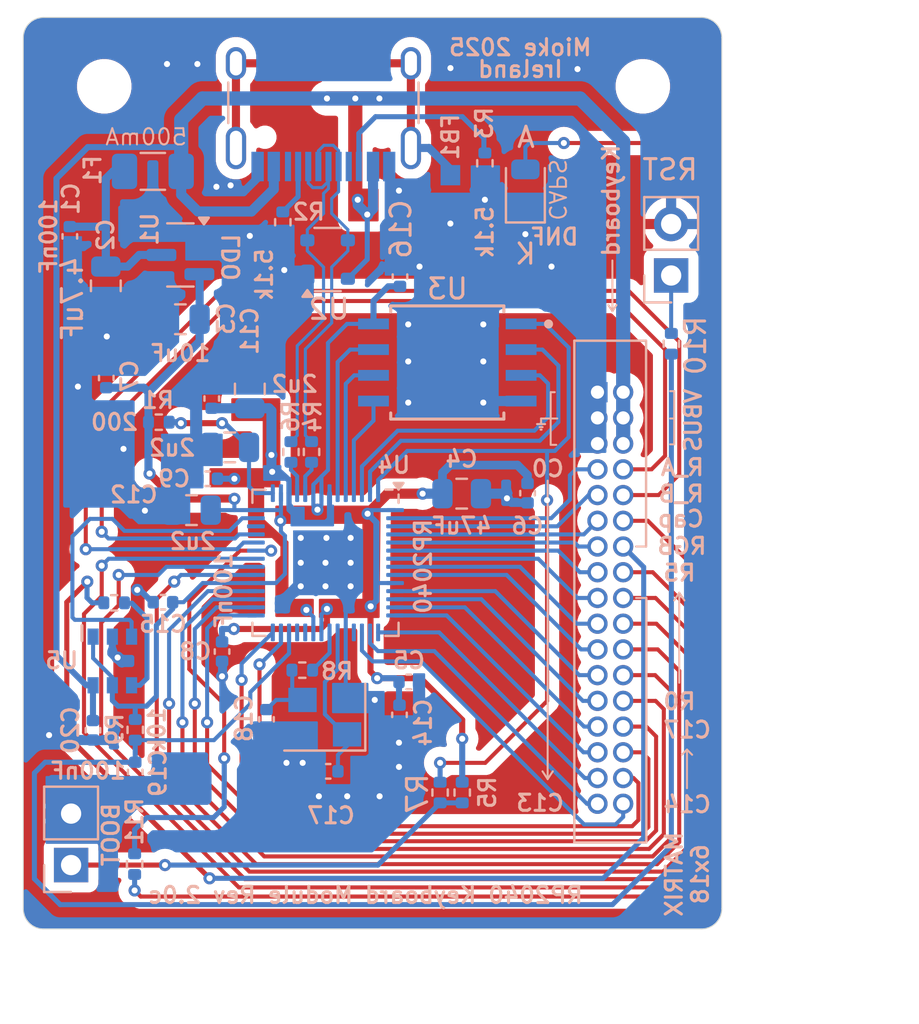
<source format=kicad_pcb>
(kicad_pcb (version 20241229) (generator "pcbnew") (generator_version "9.0")
  (title_block (title "Echo RP2040 Keyboard Module34C") (date "2025-02-20") (rev "1.01"))
  (layers (0 "F.Cu" signal) (2 "B.Cu" signal) (13 "F.Paste" user) (15 "B.Paste" user) (5 "F.SilkS" user "F.Silkscreen") (7 "B.SilkS" user "B.Silkscreen") (1 "F.Mask" user) (3 "B.Mask" user) (25 "Edge.Cuts" user))
  (net 0 "")
  (net 1 "Net-(J2-Pin_1)")
  (net 2 "GND")
  (net 3 "+5V")
  (net 4 "+3V3")
  (net 5 "+1V1")
  (net 6 "Net-(U4-ADC_AVDD)")
  (net 7 "Net-(U4-XIN)")
  (net 8 "Net-(C18-Pad1)")
  (net 9 "NRST")
  (net 10 "VBUS")
  (net 11 "Net-(J1-SHIELD)")
  (net 12 "D-")
  (net 13 "D+")
  (net 14 "Net-(J1-CC2)")
  (net 17 "Net-(J1-CC1)")
  (net 18 "Net-(U4-USB_DP)")
  (net 19 "Net-(U4-USB_DM)")
  (net 20 "BOOT0")
  (net 21 "Net-(U4-XOUT)")
  (net 22 "RGB_DATA")
  (net 23 "Net-(U5-B)")
  (net 24 "Net-(U3-DI(IO0))")
  (net 25 "Net-(U3-DO(IO1))")
  (net 26 "Net-(U3-CLK)")
  (net 27 "Net-(U3-IO2)")
  (net 28 "Net-(U3-IO3)")
  (net 29 "COL7")
  (net 30 "RGB")
  (net 31 "ROW5")
  (net 32 "COL16")
  (net 33 "ROW3")
  (net 34 "COL2")
  (net 35 "COL0")
  (net 36 "COL4")
  (net 38 "COL9")
  (net 39 "COL14")
  (net 40 "COL11")
  (net 42 "COL1")
  (net 43 "COL6")
  (net 44 "COL8")
  (net 45 "COL10")
  (net 46 "COL5")
  (net 47 "ROW2")
  (net 48 "COL12")
  (net 49 "ROW1")
  (net 50 "ROW4")
  (net 51 "COL15")
  (net 52 "R_B")
  (net 53 "COL13")
  (net 54 "R_A")
  (net 55 "COL3")
  (net 56 "COL17")
  (net 57 "ROW0")
  (net 58 "Caps")
  (net 59 "Net-(U4-GPIO25)")
  (net 62 "Net-(J4-Pin_1)")
  (footprint "MyConnectors:IDC_2X17_1.27MM" (layer "F.Cu") (at 140.995399 101.39 -90)
    (property "Reference" "J3" (hide yes))
    (property "Value" "Conn_02x17_Odd_Even")
  )
  (footprint "MountingHole:MountingHole_2.2mm_M2" (layer "F.Cu") (at 142.6 77.4)
    (property "Reference" "H2" (hide yes))
    (property "Value" "MountingHole")
  )
  (footprint "MountingHole:MountingHole_2.2mm_M2" (layer "F.Cu") (at 116 77.4)
    (property "Reference" "H1" (hide yes))
    (property "Value" "MountingHole")
  )
  (footprint "Capacitor_SMD:C_0402_1005Metric" (layer "B.Cu") (at 121.3104 92.8142 90)
    (property "Reference" "C10" (hide yes))
    (property "Value" "100nF" (hide yes))
  )
  (footprint "Capacitor_SMD:C_0402_1005Metric" (layer "B.Cu") (at 127.0625 111.2182 180)
    (property "Reference" "C17")
    (property "Value" "15p")
  )
  (footprint "Capacitor_SMD:C_0402_1005Metric" (layer "B.Cu") (at 118.9 102.87 180)
    (property "Reference" "C15")
    (property "Value" "100nF" (hide yes))
  )
  (footprint "Capacitor_SMD:C_0805_2012Metric" (layer "B.Cu") (at 116.078 87.249 -90)
    (property "Reference" "C2")
    (property "Value" "4.7uF")
  )
  (footprint "Capacitor_SMD:C_0402_1005Metric" (layer "B.Cu") (at 124.0145 108.6502 -90)
    (property "Reference" "C18")
    (property "Value" "15p" (hide yes))
  )
  (footprint "Capacitor_SMD:C_0402_1005Metric" (layer "B.Cu") (at 131.0386 106.807)
    (property "Reference" "C5")
    (property "Value" "100nF" (hide yes))
  )
  (footprint "Resistor_SMD:R_0402_1005Metric" (layer "B.Cu") (at 118.6942 93.98 180)
    (property "Reference" "R1")
    (property "Value" "200")
  )
  (footprint "MyConnectors:USB_C_31-M-12" (layer "B.Cu") (at 126.8248 77.3138)
    (property "Reference" "J1" (hide yes))
    (property "Value" "USB_C_Receptacle_USB2.0" (hide yes))
  )
  (footprint "Package_DFN_QFN:QFN-56-1EP_7x7mm_P0.4mm_EP3.2x3.2mm" (layer "B.Cu") (at 126.927 100.9227 180)
    (property "Reference" "U4")
    (property "Value" "RP2040")
  )
  (footprint "Capacitor_SMD:C_0402_1005Metric" (layer "B.Cu") (at 121.1098 96.774 180)
    (property "Reference" "C9")
    (property "Value" "100nF" (hide yes))
  )
  (footprint "Resistor_SMD:R_0402_1005Metric" (layer "B.Cu") (at 117.53 109.17 -90)
    (property "Reference" "R9")
    (property "Value" "10k")
  )
  (footprint "Resistor_SMD:R_0402_1005Metric" (layer "B.Cu") (at 126.238 95.4512 -90)
    (property "Reference" "R4")
    (property "Value" "27" (hide yes))
  )
  (footprint "DevModules:BEADC1608X95N" (layer "B.Cu") (at 133.096 82.523 -90)
    (property "Reference" "FB1")
    (property "Value" "600R")
  )
  (footprint "Capacitor_SMD:C_0402_1005Metric" (layer "B.Cu") (at 121.8184 105.3058 -90)
    (property "Reference" "C8")
    (property "Value" "100nF")
  )
  (footprint "Capacitor_SMD:C_0805_2012Metric" (layer "B.Cu") (at 123.19 92.3442 90)
    (property "Reference" "C11")
    (property "Value" "2u2")
  )
  (footprint "Capacitor_SMD:C_0402_1005Metric" (layer "B.Cu") (at 136.906 97.4852 -90)
    (property "Reference" "C6")
    (property "Value" "100nF" (hide yes))
  )
  (footprint "Capacitor_SMD:C_0402_1005Metric" (layer "B.Cu") (at 115.443 109.192 -90)
    (property "Reference" "C20")
    (property "Value" "100nF" (hide yes))
  )
  (footprint "Capacitor_SMD:C_0805_2012Metric" (layer "B.Cu") (at 133.6548 97.5106)
    (property "Reference" "C4")
    (property "Value" "47uF")
  )
  (footprint "Resistor_SMD:R_0402_1005Metric" (layer "B.Cu") (at 144.01 90.11 -90)
    (property "Reference" "R10")
    (property "Value" "27")
  )
  (footprint "Connector_PinHeader_2.54mm:PinHeader_1x02_P2.54mm_Vertical" (layer "B.Cu") (at 114.362498 115.846249)
    (property "Reference" "J2" (hide yes))
    (property "Value" "Conn_01x02_Pin" (hide yes))
  )
  (footprint "Resistor_SMD:R_0402_1005Metric" (layer "B.Cu") (at 117.5 115.8 -90)
    (property "Reference" "R11")
    (property "Value" "1K")
  )
  (footprint "Resistor_SMD:R_0402_1005Metric" (layer "B.Cu") (at 134.8 81.2 -90)
    (property "Reference" "R3")
    (property "Value" "5.1k")
  )
  (footprint "Connector_PinHeader_2.54mm:PinHeader_1x02_P2.54mm_Vertical" (layer "B.Cu") (at 144 86.74)
    (property "Reference" "J4" (hide yes))
    (property "Value" "Conn_01x02_Pin")
  )
  (footprint "Package_TO_SOT_SMD:SOT-143" (layer "B.Cu") (at 127.0318 85.9508)
    (property "Reference" "U2")
    (property "Value" "PRTR5V0U2X" (hide yes))
  )
  (footprint "Resistor_SMD:R_0402_1005Metric" (layer "B.Cu") (at 133.6802 112.266 -90)
    (property "Reference" "R5")
    (property "Value" "10k")
  )
  (footprint "Fuse:Fuse_1206_3216Metric" (layer "B.Cu") (at 118.4 81.6 180)
    (property "Reference" "F1")
    (property "Value" "500mA")
  )
  (footprint "Capacitor_SMD:C_0402_1005Metric" (layer "B.Cu") (at 130.6068 86.7944 90)
    (property "Reference" "C16")
    (property "Value" "100nF")
  )
  (footprint "LED_SMD:LED_0805_2012Metric" (layer "B.Cu") (at 136.8 82.4375 90)
    (property "Reference" "LED1" (hide yes))
    (property "Value" "CAPS")
  )
  (footprint "Capacitor_SMD:C_0402_1005Metric" (layer "B.Cu") (at 117.53 111.25 -90)
    (property "Reference" "C19")
    (property "Value" "100nF")
  )
  (footprint "MyComponents:SOIC_128JVSIQ_WIN" (layer "B.Cu") (at 132.9436 91.0336 180)
    (property "Reference" "U3")
    (property "Value" "W25Q128JVS" (hide yes))
  )
  (footprint "Resistor_SMD:R_0402_1005Metric" (layer "B.Cu") (at 125.7808 106.2228)
    (property "Reference" "R8")
    (property "Value" "1k" (hide yes))
  )
  (footprint "Capacitor_SMD:C_0805_2012Metric" (layer "B.Cu") (at 119.761 88.9 180)
    (property "Reference" "C3")
    (property "Value" "10uF")
  )
  (footprint "Capacitor_SMD:C_0805_2012Metric" (layer "B.Cu") (at 120.3096 98.3234 180)
    (property "Reference" "C12")
    (property "Value" "2u2")
  )
  (footprint "Capacitor_SMD:C_0402_1005Metric" (layer "B.Cu") (at 114.3 84.808 -90)
    (property "Reference" "C1")
    (property "Value" "100nF")
  )
  (footprint "Resistor_SMD:R_0402_1005Metric" (layer "B.Cu") (at 124.82 84.11 90)
    (property "Reference" "R2")
    (property "Value" "5.1k")
  )
  (footprint "Capacitor_SMD:C_0402_1005Metric" (layer "B.Cu") (at 130.5814 108.43 -90)
    (property "Reference" "C14")
    (property "Value" "100nF" (hide yes))
  )
  (footprint "Crystal:Crystal_SMD_3225-4Pin_3.2x2.5mm" (layer "B.Cu") (at 126.8925 108.54395 180)
    (property "Reference" "Y1" (hide yes))
    (property "Value" "12Mhz" (hide yes))
  )
  (footprint "Resistor_SMD:R_0402_1005Metric" (layer "B.Cu") (at 132.588 112.266 90)
    (property "Reference" "R7")
    (property "Value" "1k")
  )
  (footprint "Package_TO_SOT_SMD:SOT-23" (layer "B.Cu") (at 119.761 85.725 180)
    (property "Reference" "U1")
    (property "Value" "XC6206PxxxMR-Regulator_Linear" (hide yes))
  )
  (footprint "Resistor_SMD:R_0402_1005Metric" (layer "B.Cu") (at 125.222 95.4532 -90)
    (property "Reference" "R6")
    (property "Value" "27")
  )
  (footprint "SOT:SOT-26" (layer "B.Cu") (at 116.4 105.77)
    (property "Reference" "U5")
    (property "Value" "74LVC1T45" (hide yes))
  )
  (footprint "Capacitor_SMD:C_0402_1005Metric" (layer "B.Cu") (at 116.1 91.8 90)
    (property "Reference" "C7")
    (property "Value" "100nF" (hide yes))
  )
  (footprint "Resistor_SMD:R_0402_1005Metric" (layer "B.Cu") (at 116.49 102.9 180)
    (property "Reference" "R12" (hide yes))
    (property "Value" "27")
  )
  (footprint "Capacitor_SMD:C_0805_2012Metric" (layer "B.Cu") (at 122.1994 95.2246 180)
    (property "Reference" "C13" (hide yes))
    (property "Value" "2u2")
  )
  (gr_poly (pts (xy 128.1 82.5) (xy 129.5 82.5) (xy 129.5 84.02) (xy 128.1 84.02)) (stroke (width 0.1)) (fill yes) (layer "F.Cu") (net 10))
  (gr_poly (pts (xy 126.65 103.6) (xy 129.55 103.6) (xy 129.6 98.15) (xy 124.5 98.15) (xy 124.5 98.95) (xy 128.8 98.95) (xy 128.8 102.75) (xy 126.65 102.75)) (stroke (width 0.1)) (fill yes) (layer "F.Cu") (net 4))
  (gr_poly (pts (xy 126.3 103.55) (xy 124.5 103.55) (xy 124.5 100.85) (xy 124.75 100.6) (xy 124.75 100.1) (xy 124.3 99.65) (xy 123.15 99.65) (xy 123.15 97.15) (xy 121.25 97.15) (xy 121.25 96.3) (xy 123.875 96.3) (xy 123.875 93.875) (xy 122.325 93.875) (xy 122.325 92.85) (xy 124.65 92.85) (xy 124.65 97.15) (xy 123.85 97.15) (xy 123.85 98.8) (xy 125.05 99.9) (xy 125.05 102.75) (xy 126.3 102.75)) (stroke (width 0.1)) (fill yes) (layer "F.Cu") (net 5))
  (gr_poly (pts (xy 113.15 114.75) (xy 116.1 114.75) (xy 116.1 112.5) (xy 118.35 112.5) (xy 118.4 111.5) (xy 113.15 111.5)) (stroke (width 0.1)) (fill yes) (layer "B.Cu") (net 2))
  (gr_poly (pts (xy 120.05 84.295) (xy 120.05 85.95) (xy 121.85 85.95) (xy 121.85 87.8) (xy 126.3 87.8) (xy 126.3 86.3) (xy 125.35 86.3) (xy 125.35 84.28)) (stroke (width 0.1)) (fill yes) (layer "B.Cu") (net 2))
  (gr_poly (pts (xy 114.07 84.89) (xy 114.0714 98.1) (xy 117.4 98.1) (xy 117.4 93) (xy 115.2906 93) (xy 115.2906 91.595) (xy 118 91.6) (xy 119.6 90) (xy 119.6 87.4) (xy 114.8 87.4) (xy 114.8 84.9)) (stroke (width 0.2)) (fill yes) (layer "B.Cu") (net 2))
  (gr_poly (pts (xy 129.9 82) (xy 129.9 86.7) (xy 135.509 86.7) (xy 135.509 87.88) (xy 137.541 87.884) (xy 139.35 89.65) (xy 139.35 95.45) (xy 140.75 95.45) (xy 140.75 81.3) (xy 137.95 81.3) (xy 137.95 82.7) (xy 135.5 82.7) (xy 135.5 81.35) (xy 134.15 81.35) (xy 134.15 82.7) (xy 132 82.7) (xy 132 82)) (stroke (width 0.1)) (fill yes) (layer "B.Cu") (net 2))
  (gr_poly (pts (xy 116.79 83.39) (xy 116.79 84.99) (xy 120 84.98) (xy 120.01 84.335) (xy 118.88 83.39)) (stroke (width 0.2)) (fill yes) (layer "B.Cu") (net 2))
  (gr_poly (pts (xy 120.29 91.96) (xy 120.29 94.66) (xy 120.79 94.66) (xy 120.78 91.96)) (stroke (width 0.1)) (fill yes) (layer "B.Cu") (net 2))
  (gr_poly (pts (xy 127.3 106.9) (xy 127.3 108.3) (xy 129.1 108.3) (xy 129.1 110.5) (xy 128.2 110.5) (xy 128.2 111.9) (xy 126.9 111.9) (xy 126.9 110.3) (xy 126.5 110.3) (xy 126.5 108.8) (xy 123.4 108.8) (xy 123.4 113.3) (xy 126.6 113.3025) (xy 130.5 113.3) (xy 130.5 111.6) (xy 131.3 110.1) (xy 131.8 110.1) (xy 131.8 106.427) (xy 131.3 106.427) (xy 131.3 108.5) (xy 129.8 108.5) (xy 129.8 107.3) (xy 129 107.3) (xy 129 106.9)) (stroke (width 0.1)) (fill yes) (layer "B.Cu") (net 2))
  (gr_poly (pts (xy 117.7 98.97) (xy 116.825 98.15) (xy 116.825 97.25) (xy 118.85 97.25) (xy 118.85 94.6) (xy 121.8 94.6) (xy 121.8 96.1) (xy 120.85 96.1) (xy 120.85 97.2) (xy 120.2 97.2) (xy 120.2 98.97)) (stroke (width 0.1)) (fill yes) (layer "B.Cu") (net 2))
  (gr_poly (pts (xy 120.29 92.57) (xy 124.56 92.57) (xy 124.55 90.2) (xy 126.3 88.45) (xy 126.3 87.7) (xy 121.84 87.73) (xy 121.84 90.03) (xy 120.29 91.96)) (stroke (width 0.1)) (fill yes) (layer "B.Cu") (net 2))
  (gr_poly (pts (xy 124.7 96.151243) (xy 124.7 96.326243) (xy 125.2 96.776243) (xy 125.2 98.001243) (xy 125.35 98.201243) (xy 125.85 98.201243) (xy 125.85 98.851243) (xy 127.05 98.851243) (xy 127.05 98.101243) (xy 127.3 98.101243) (xy 127.3 99.076243) (xy 125.25 99.076243) (xy 125.25 98.401243) (xy 125.05 98.201243) (xy 125.05 96.826243) (xy 123.9 96.826243) (xy 123.9 96.151243)) (stroke (width 0.1)) (fill yes) (layer "B.Cu") (net 5))
  (gr_poly (pts (xy 130.555 88.613) (xy 135.382 88.613) (xy 135.382 93.472) (xy 130.555 93.472)) (stroke (width 0.2)) (fill yes) (layer "B.Cu") (net 2))
  (gr_poly (pts (xy 131.4 85.7) (xy 131.4 89.2) (xy 135.4 89.2) (xy 135.4 85.7)) (stroke (width 0.2)) (fill yes) (layer "B.Cu") (net 2))
  (gr_line (start 137.575 94.025) (end 137.575 93.8) (stroke (width 0.1)) (layer "B.SilkS"))
  (gr_line (start 138.05 92.5) (end 138.25 92.5) (stroke (width 0.1)) (layer "B.SilkS"))
  (gr_line (start 137.375 94.075) (end 137.775 94.075) (stroke (width 0.1)) (layer "B.SilkS"))
  (gr_line (start 137.575 93.8) (end 138 93.8) (stroke (width 0.1)) (layer "B.SilkS"))
  (gr_line (start 144.15 92.45) (end 144.15 95.075) (stroke (width 0.1)) (layer "B.SilkS"))
  (gr_line (start 144.15 93.8) (end 143.95 93.8) (stroke (width 0.1)) (layer "B.SilkS"))
  (gr_line (start 137.5 94.225) (end 137.65 94.225) (stroke (width 0.1)) (layer "B.SilkS"))
  (gr_line (start 138.075 93.8) (end 138.375 93.8) (stroke (width 0.1)) (layer "B.SilkS"))
  (gr_line (start 141.1 88.5) (end 141.3 88.2) (stroke (width 0.1)) (layer "B.SilkS"))
  (gr_line (start 144.781 110.147) (end 145.035 110.401) (stroke (width 0.1)) (layer "B.SilkS"))
  (gr_line (start 137.55 94.35) (end 137.6 94.35) (stroke (width 0.1)) (layer "B.SilkS"))
  (gr_line (start 137.9 96.868) (end 137.9 111.6) (stroke (width 0.1)) (layer "B.SilkS"))
  (gr_line (start 137.9 111.6) (end 137.646 111.219) (stroke (width 0.1)) (layer "B.SilkS"))
  (gr_line (start 141.0968 86) (end 141.1 88.5) (stroke (width 0.1)) (layer "B.SilkS"))
  (gr_line (start 144.15 95.075) (end 143.95 95.075) (stroke (width 0.1)) (layer "B.SilkS"))
  (gr_line (start 144.781 110.147) (end 144.527 110.401) (stroke (width 0.1)) (layer "B.SilkS"))
  (gr_line (start 144.4 102.4) (end 144.654 102.781) (stroke (width 0.1)) (layer "B.SilkS"))
  (gr_line (start 144.15 92.45) (end 143.95 92.45) (stroke (width 0.1)) (layer "B.SilkS"))
  (gr_line (start 144.146 102.781) (end 144.4 102.4) (stroke (width 0.1)) (layer "B.SilkS"))
  (gr_line (start 138.154 111.219) (end 137.9 111.6) (stroke (width 0.1)) (layer "B.SilkS"))
  (gr_line (start 144.781 112.052) (end 144.781 110.147) (stroke (width 0.1)) (layer "B.SilkS"))
  (gr_line (start 138.05 95.1) (end 138.05 92.5) (stroke (width 0.1)) (layer "B.SilkS"))
  (gr_line (start 138.05 95.1) (end 138.325 95.1) (stroke (width 0.1)) (layer "B.SilkS"))
  (gr_line (start 144.4 106.845) (end 144.4 102.4) (stroke (width 0.1)) (layer "B.SilkS"))
  (gr_line (start 141.1 88.5) (end 140.9 88.2) (stroke (width 0.1)) (layer "B.SilkS"))
  (gr_arc (start 145.5 74) (mid 146.207107 74.292893) (end 146.5 75) (stroke (width 0.05)) (layer "Edge.Cuts"))
  (gr_arc (start 112 75) (mid 112.292893 74.292893) (end 113 74) (stroke (width 0.05)) (layer "Edge.Cuts"))
  (gr_line (start 146.5 118) (end 146.5 75) (stroke (width 0.05)) (layer "Edge.Cuts"))
  (gr_line (start 145.5 74) (end 113 74) (stroke (width 0.05)) (layer "Edge.Cuts"))
  (gr_line (start 112 75) (end 112 118) (stroke (width 0.05)) (layer "Edge.Cuts"))
  (gr_arc (start 146.5 118) (mid 146.207107 118.707107) (end 145.5 119) (stroke (width 0.05)) (layer "Edge.Cuts"))
  (gr_line (start 113 119) (end 145.5 119) (stroke (width 0.05)) (layer "Edge.Cuts"))
  (gr_arc (start 113 119) (mid 112.292893 118.707107) (end 112 118) (stroke (width 0.05)) (layer "Edge.Cuts"))
  (gr_text "K" (at 137.4 85 180) (layer "B.SilkS") (effects (font (size 1 1)) (justify left bottom)))
  (gr_text "R0" (at 145.289 108.242 0) (layer "B.SilkS") (effects (font (size 0.8 0.8) (thickness 0.15) (bold yes)) (justify left bottom mirror)))
  (gr_text "MATRIX\n6x18" (at 145.9 116.3 90) (layer "B.SilkS") (effects (font (size 0.8 0.8) (thickness 0.15) (bold yes)) (justify bottom mirror)))
  (gr_text "LDO" (at 122.75 84.6 90) (layer "B.SilkS") (effects (font (size 0.8 0.8)) (justify left bottom mirror)))
  (gr_text "Keyboard" (at 141.5 80.2 90) (layer "B.SilkS") (effects (font (size 0.8 0.8)) (justify left bottom mirror)))
  (gr_text "A" (at 136.3 80.5 0) (layer "B.SilkS") (effects (font (size 1 1)) (justify left bottom)))
  (gr_text "DNF" (at 139.5 85.3 0) (layer "B.SilkS") (effects (font (size 0.8 0.8) (thickness 0.15) (bold yes)) (justify left bottom mirror)))
  (gr_text "RP2040 Keyboard Module Rev 2.0c" (at 128.9 117.8 0) (layer "B.SilkS") (effects (font (size 0.8 0.8)) (justify bottom mirror)))
  (gr_text "C17" (at 146.051 109.639 0) (layer "B.SilkS") (effects (font (size 0.8 0.8) (thickness 0.15) (bold yes)) (justify left bottom mirror)))
  (gr_text "R5" (at 145.289 101.892 0) (layer "B.SilkS") (effects (font (size 0.8 0.8) (thickness 0.15) (bold yes)) (justify left bottom mirror)))
  (gr_text "CAPS" (at 137.9 84.1 -90) (layer "B.SilkS") (effects (font (size 0.8 0.8) (thickness 0.1)) (justify left bottom mirror)))
  (gr_text "C13" (at 138.789 113.251 0) (layer "B.SilkS") (effects (font (size 0.8 0.8) (thickness 0.15) (bold yes)) (justify left bottom mirror)))
  (gr_text "C0" (at 138.789 96.741 0) (layer "B.SilkS") (effects (font (size 0.8 0.8) (thickness 0.15) (bold yes)) (justify left bottom mirror)))
  (gr_text "RGB" (at 145.827 100.5687 0) (layer "B.SilkS") (effects (font (size 0.8 0.8) (thickness 0.15) (bold yes)) (justify left bottom mirror)))
  (gr_text "Cap" (at 145.7 99.2225 0) (layer "B.SilkS") (effects (font (size 0.8 0.8) (thickness 0.15) (bold yes)) (justify left bottom mirror)))
  (gr_text "R_A" (at 145.7 96.6825 0) (layer "B.SilkS") (effects (font (size 0.8 0.8) (thickness 0.15) (bold yes)) (justify left bottom mirror)))
  (gr_text "Mioke 2025" (at 140.15 75.95 0) (layer "B.SilkS") (effects (font (size 0.8 0.8)) (justify left bottom mirror)))
  (gr_text "VBUS" (at 145.55 92.25 90) (layer "B.SilkS") (effects (font (size 0.8 0.8) (thickness 0.15) (bold yes)) (justify left bottom mirror)))
  (gr_text "RST" (at 145.4 82.1 0) (layer "B.SilkS") (effects (font (size 1 1)) (justify left bottom mirror)))
  (gr_text "Ireland" (at 136.55 77.025 0) (layer "B.SilkS") (effects (font (size 0.8 0.8)) (justify bottom mirror)))
  (gr_text "R_B" (at 145.7 97.9875 0) (layer "B.SilkS") (effects (font (size 0.8 0.8) (thickness 0.15) (bold yes)) (justify left bottom mirror)))
  (gr_text "BOOT" (at 116.8 112.7 90) (layer "B.SilkS") (effects (font (size 0.8 0.8)) (justify left bottom mirror)))
  (gr_text "C14" (at 146.051 113.322 0) (layer "B.SilkS") (effects (font (size 0.8 0.8) (thickness 0.15) (bold yes)) (justify left bottom mirror)))
  (segment (start 114.362498 115.846249) (end 119 115.846249) (width 0.25) (layer "F.Cu") (net 1))
  (via (at 119 115.846249) (size 0.6) (drill 0.3) (layers "F.Cu" "B.Cu") (net 1))
  (segment (start 132.588 112.776) (end 129.517751 115.846249) (width 0.25) (layer "B.Cu") (net 1))
  (segment (start 132.588 112.776) (end 133.6802 112.776) (width 0.25) (layer "B.Cu") (net 1))
  (segment (start 129.517751 115.846249) (end 119 115.846249) (width 0.25) (layer "B.Cu") (net 1))
  (segment (start 114.362498 113.306249) (end 113.275 112.218751) (width 0.5) (layer "F.Cu") (net 2))
  (segment (start 122.239998 83.835198) (end 122.239998 82.29) (width 0.4) (layer "F.Cu") (net 2))
  (segment (start 118.0084 98.3488) (end 118.0084 101.8816) (width 0.25) (layer "F.Cu") (net 2))
  (segment (start 117.983 98.3742) (end 118.0084 98.3488) (width 0.4) (layer "F.Cu") (net 2))
  (segment (start 122.239998 82.29) (end 121.60994 82.29) (width 0.4) (layer "F.Cu") (net 2))
  (segment (start 113.275 112.218751) (end 113.275 109.431249) (width 0.5) (layer "F.Cu") (net 2))
  (segment (start 118.0084 101.8816) (end 117.63 102.26) (width 0.25) (layer "F.Cu") (net 2))
  (segment (start 123.19 84.7852) (end 122.239998 83.835198) (width 0.4) (layer "F.Cu") (net 2))
  (segment (start 121.60994 82.29) (end 121.53997 82.35997) (width 0.4) (layer "F.Cu") (net 2))
  (via (at 126.6 112.45) (size 0.6) (drill 0.3) (layers "F.Cu" "B.Cu") (net 2))
  (via (at 128 112.45) (size 0.6) (drill 0.3) (layers "F.Cu" "B.Cu") (net 2))
  (via (at 130.556 109.8042) (size 0.6) (drill 0.3) (layers "F.Cu" "B.Cu") (net 2))
  (via (at 117.63 102.26) (size 0.6) (drill 0.3) (layers "F.Cu" "B.Cu") (net 2))
  (via (at 113.275 109.431249) (size 0.6) (drill 0.3) (layers "F.Cu" "B.Cu") (net 2))
  (via (at 136.8 84.700008) (size 0.6) (drill 0.3) (layers "F.Cu" "B.Cu") (net 2))
  (via (at 116.125 89.75) (size 0.6) (drill 0.3) (layers "F.Cu" "B.Cu") (net 2))
  (via (at 139.375 76.55) (size 0.6) (drill 0.3) (layers "F.Cu" "B.Cu") (net 2))
  (via (at 126.927 100.9227) (size 0.6) (drill 0.3) (layers "F.Cu" "B.Cu") (net 2))
  (via (at 134.8 83) (size 0.6) (drill 0.3) (layers "F.Cu" "B.Cu") (net 2))
  (via (at 131.0132 93.0148) (size 0.6) (drill 0.3) (layers "F.Cu" "B.Cu") (net 2))
  (via (at 131.0132 89.154) (size 0.6) (drill 0.3) (layers "F.Cu" "B.Cu") (net 2))
  (via (at 116.95 95.3) (size 0.6) (drill 0.3) (layers "F.Cu" "B.Cu") (net 2))
  (via (at 120.6 76.3) (size 0.6) (drill 0.3) (layers "F.Cu" "B.Cu") (net 2))
  (via (at 122.239998 82.29) (size 0.6) (drill 0.3) (layers "F.Cu" "B.Cu") (net 2))
  (via (at 131.0132 90.9828) (size 0.6) (drill 0.3) (layers "F.Cu" "B.Cu") (net 2))
  (via (at 133.096 84.175598) (size 0.6) (drill 0.3) (layers "F.Cu" "B.Cu") (net 2))
  (via (at 129.6 112.45) (size 0.6) (drill 0.3) (layers "F.Cu" "B.Cu") (net 2))
  (via (at 123.19 84.7852) (size 0.6) (drill 0.3) (layers "F.Cu" "B.Cu") (net 2))
  (via (at 126.927 102.0826) (size 0.6) (drill 0.3) (layers "F.Cu" "B.Cu") (net 2))
  (via (at 130.556004 82.549996) (size 0.6) (drill 0.3) (layers "F.Cu" "B.Cu") (net 2))
  (via (at 119.1 76.3) (size 0.6) (drill 0.3) (layers "F.Cu" "B.Cu") (net 2))
  (via (at 125.7046 99.695) (size 0.6) (drill 0.3) (layers "F.Cu" "B.Cu") (net 2))
  (via (at 118.0084 98.3488) (size 0.6) (drill 0.3) (layers "F.Cu" "B.Cu") (net 2))
  (via (at 125.7046 102.0826) (size 0.6) (drill 0.3) (layers "F.Cu" "B.Cu") (net 2))
  (via (at 121.8184 106.5276) (size 0.6) (drill 0.3) (layers "F.Cu" "B.Cu") (net 2))
  (via (at 129.36015 107.69395) (size 0.6) (drill 0.3) (layers "F.Cu" "B.Cu") (net 2))
  (via (at 134.7216 89.154) (size 0.6) (drill 0.3) (layers "F.Cu" "B.Cu") (net 2))
  (via (at 128.1684 99.695) (size 0.6) (drill 0.3) (layers "F.Cu" "B.Cu") (net 2))
  (via (at 138.091004 86.3) (size 0.6) (drill 0.3) (layers "F.Cu" "B.Cu") (net 2))
  (via (at 134.7216 90.9828) (size 0.6) (drill 0.3) (layers "F.Cu" "B.Cu") (net 2))
  (via (at 125 110.8) (size 0.6) (drill 0.3) (layers "F.Cu" "B.Cu") (net 2))
  (via (at 128.1684 100.9227) (size 0.6) (drill 0.3) (layers "F.Cu" "B.Cu") (net 2))
  (via (at 133.1 76.5) (size 0.6) (drill 0.3) (layers "F.Cu" "B.Cu") (net 2))
  (via (at 116.66 105.6) (size 0.6) (drill 0.3) (layers "F.Cu" "B.Cu") (net 2))
  (via (at 124.8918 86.472) (size 0.6) (drill 0.3) (layers "F.Cu" "B.Cu") (net 2))
  (via (at 114.7 92.225) (size 0.6) (drill 0.3) (layers "F.Cu" "B.Cu") (net 2))
  (via (at 135.89 97.7392) (size 0.6) (drill 0.3) (layers "F.Cu" "B.Cu") (net 2))
  (via (at 125.7046 100.9227) (size 0.6) (drill 0.3) (layers "F.Cu" "B.Cu") (net 2))
  (via (at 121.53997 82.35997) (size 0.6) (drill 0.3) (layers "F.Cu" "B.Cu") (net 2))
  (via (at 134.7216 93.0148) (size 0.6) (drill 0.3) (layers "F.Cu" "B.Cu") (net 2))
  (via (at 131.572 86.3) (size 0.6) (drill 0.3) (layers "F.Cu" "B.Cu") (net 2))
  (via (at 128.1684 102.0826) (size 0.6) (drill 0.3) (layers "F.Cu" "B.Cu") (net 2))
  (via (at 130.556 111) (size 0.6) (drill 0.3) (layers "F.Cu" "B.Cu") (net 2))
  (via (at 125.8 110.8) (size 0.6) (drill 0.3) (layers "F.Cu" "B.Cu") (net 2))
  (via (at 126.9746 99.695) (size 0.6) (drill 0.3) (layers "F.Cu" "B.Cu") (net 2))
  (segment (start 134.6048 97.5106) (end 135.6614 97.5106) (width 0.4) (layer "B.Cu") (net 2))
  (segment (start 114.6658 88.199) (end 114.3 87.8332) (width 0.4) (layer "B.Cu") (net 2))
  (segment (start 127.927 104.3602) (end 127.927 107.62845) (width 0.2) (layer "B.Cu") (net 2))
  (segment (start 118.394596 102.895404) (end 117.759192 102.26) (width 0.3) (layer "B.Cu") (net 2))
  (segment (start 134.8646 92.9386) (end 132.9685 91.0425) (width 0.4) (layer "B.Cu") (net 2))
  (segment (start 119.3596 97.2516) (end 119.8372 96.774) (width 0.4) (layer "B.Cu") (net 2))
  (segment (start 130.5814 109.9058) (end 130.5814 108.91) (width 0.3048) (layer "B.Cu") (net 2))
  (segment (start 129.36015 108.8286) (end 129.44155 108.91) (width 0.3048) (layer "B.Cu") (net 2))
  (segment (start 125.7925 109.39395) (end 125.7925 110.7303) (width 0.3048) (layer "B.Cu") (net 2))
  (segment (start 131.5186 106.807) (end 131.5186 108.74) (width 0.3048) (layer "B.Cu") (net 2))
  (segment (start 129.44155 108.91) (end 130.5814 108.91) (width 0.2) (layer "B.Cu") (net 2))
  (segment (start 140.360401 95.04) (end 140.360401 88.569397) (width 0.7) (layer "B.Cu") (net 2))
  (segment (start 119.3596 98.3234) (end 118.0338 98.3234) (width 0.4) (layer "B.Cu") (net 2))
  (segment (start 118.0338 98.3234) (end 118.0084 98.3488) (width 0.2) (layer "B.Cu") (net 2))
  (segment (start 130.0748 82.068792) (end 130.556004 82.549996) (width 0.4) (layer "B.Cu") (net 2))
  (segment (start 130.6068 86.3144) (end 131.557275 86.3144) (width 0.4) (layer "B.Cu") (net 2))
  (segment (start 126.2804 111.2182) (end 126.5825 111.2182) (width 0.3048) (layer "B.Cu") (net 2))
  (segment (start 116.078 88.199) (end 114.6658 88.199) (width 0.4) (layer "B.Cu") (net 2))
  (segment (start 125.7925 109.39395) (end 124.27825 109.39395) (width 0.2) (layer "B.Cu") (net 2))
  (segment (start 127.9925 107.69395) (end 129.36015 107.69395) (width 0.3048) (layer "B.Cu") (net 2))
  (segment (start 136.116 97.9652) (end 135.6614 97.5106) (width 0.254) (layer "B.Cu") (net 2))
  (segment (start 126.0318 86.7008) (end 125.1206 86.7008) (width 0.3) (layer "B.Cu") (net 2))
  (segment (start 121.8184 105.7858) (end 121.8184 106.5276) (width 0.4) (layer "B.Cu") (net 2))
  (segment (start 127.927 107.62845) (end 127.9925 107.69395) (width 0.2) (layer "B.Cu") (net 2))
  (segment (start 131.557275 86.3144) (end 131.572 86.299675) (width 0.4) (layer "B.Cu") (net 2))
  (segment (start 119.3596 98.3234) (end 119.3596 97.2516) (width 0.4) (layer "B.Cu") (net 2))
  (segment (start 135.6614 97.5106) (end 135.89 97.7392) (width 0.4) (layer "B.Cu") (net 2))
  (segment (start 117.759192 102.26) (end 117.63 102.26) (width 0.3) (layer "B.Cu") (net 2))
  (segment (start 122.78 82.51) (end 122.459998 82.51) (width 0.4) (layer "B.Cu") (net 2))
  (segment (start 122.459998 82.51) (end 122.239998 82.29) (width 0.4) (layer "B.Cu") (net 2))
  (segment (start 121.2494 95.2246) (end 120.6552 95.2246) (width 0.3) (layer "B.Cu") (net 2))
  (segment (start 131.5186 108.74) (end 131.3486 108.91) (width 0.3048) (layer "B.Cu") (net 2))
  (segment (start 123.5748 81.3588) (end 123.5748 81.9252) (width 0.4) (layer "B.Cu") (net 2))
  (segment (start 120.6298 92.4762) (end 120.7718 92.3342) (width 0.3048) (layer "B.Cu") (net 2))
  (segment (start 131.3486 108.91) (end 129.44155 108.91) (width 0.3048) (layer "B.Cu") (net 2))
  (segment (start 119.8372 96.774) (end 120.6298 96.774) (width 0.4) (layer "B.Cu") (net 2))
  (segment (start 136.906 97.9652) (end 136.116 97.9652) (width 0.4) (layer "B.Cu") (net 2))
  (segment (start 123.1798 84.775) (end 123.19 84.7852) (width 0.4) (layer "B.Cu") (net 2))
  (segment (start 121.69 82.51) (end 121.53997 82.35997) (width 0.4) (layer "B.Cu") (net 2))
  (segment (start 134.8 81.71) (end 134.8 83) (width 0.25) (layer "B.Cu") (net 2))
  (segment (start 122.99 82.51) (end 122.78 82.51) (width 0.4) (layer "B.Cu") (net 2))
  (segment (start 123.5748 81.9252) (end 122.99 82.51) (width 0.4) (layer "B.Cu") (net 2))
  (segment (start 130.556 111) (end 130.556 109.8042) (width 0.4) (layer "B.Cu") (net 2))
  (segment (start 123.19 91.3942) (end 124.8918 89.6924) (width 0.3) (layer "B.Cu") (net 2))
  (segment (start 120.6298 96.774) (end 120.6298 92.4762) (width 0.3048) (layer "B.Cu") (net 2))
  (segment (start 136.116 97.9652) (end 135.89 97.7392) (width 0.4) (layer "B.Cu") (net 2))
  (segment (start 131.264008 83.258) (end 130.556004 82.549996) (width 0.4) (layer "B.Cu") (net 2))
  (segment (start 140.360401 88.569397) (end 138.091004 86.3) (width 0.7) (layer "B.Cu") (net 2))
  (segment (start 133.096 83.258) (end 131.264008 83.258) (width 0.4) (layer "B.Cu") (net 2))
  (segment (start 121.5848 91.3942) (end 123.19 91.3942) (width 0.3) (layer "B.Cu") (net 2))
  (segment (start 121.3104 91.6686) (end 121.5848 91.3942) (width 0.3) (layer "B.Cu") (net 2))
  (segment (start 114.3 85.288) (end 114.3 87.8332) (width 0.4) (layer "B.Cu") (net 2))
  (segment (start 124.27825 109.39395) (end 124.0145 109.1302) (width 0.2) (layer "B.Cu") (net 2))
  (segment (start 122.78 82.51) (end 121.69 82.51) (width 0.4) (layer "B.Cu") (net 2))
  (segment (start 125.7925 110.7303) (end 126.2804 111.2182) (width 0.3048) (layer "B.Cu") (net 2))
  (segment (start 125.1206 86.7008) (end 124.8918 86.472) (width 0.3) (layer "B.Cu") (net 2))
  (segment (start 116.1 91.32) (end 116.1 88.221) (width 0.4) (layer "B.Cu") (net 2))
  (segment (start 116.4 105.34) (end 116.66 105.6) (width 0.25) (layer "B.Cu") (net 2))
  (segment (start 120.6985 84.775) (end 123.1798 84.775) (width 0.4) (layer "B.Cu") (net 2))
  (segment (start 136.8 83.375) (end 136.8 84.700008) (width 0.25) (layer "B.Cu") (net 2))
  (segment (start 129.36015 107.69395) (end 129.36015 108.8286) (width 0.3048) (layer "B.Cu") (net 2))
  (segment (start 129.3622 107.696) (end 129.36015 107.69395) (width 0.2) (layer "B.Cu") (net 2))
  (segment (start 127.927 104.3602) (end 127.927 101.9227) (width 0.2) (layer "B.Cu") (net 2))
  (segment (start 136.5885 92.9386) (end 134.8646 92.9386) (width 0.4) (layer "B.Cu") (net 2))
  (segment (start 120.7718 92.3342) (end 121.3104 92.3342) (width 0.3048) (layer "B.Cu") (net 2))
  (segment (start 130.0748 81.3588) (end 130.0748 82.068792) (width 0.4) (layer "B.Cu") (net 2))
  (segment (start 133.096 83.258) (end 133.096 84.175598) (width 0.4) (layer "B.Cu") (net 2))
  (segment (start 121.3104 92.3342) (end 121.3104 91.6686) (width 0.3) (layer "B.Cu") (net 2))
  (segment (start 124.8918 89.6924) (end 124.8918 86.472) (width 0.3) (layer "B.Cu") (net 2))
  (segment (start 116.4 104.57) (end 116.4 105.34) (width 0.25) (layer "B.Cu") (net 2))
  (segment (start 115.978 84.328) (end 116.078 84.428) (width 0.4) (layer "B.Cu") (net 3))
  (segment (start 117.155 86.299) (end 117.729 85.725) (width 0.4) (layer "B.Cu") (net 3))
  (segment (start 114.3 84.328) (end 115.978 84.328) (width 0.4) (layer "B.Cu") (net 3))
  (segment (start 116.078 86.299) (end 117.155 86.299) (width 0.4) (layer "B.Cu") (net 3))
  (segment (start 116.078 86.299) (end 116.078 81.962) (width 0.4) (layer "B.Cu") (net 3))
  (segment (start 116.078 84.428) (end 116.078 86.299) (width 0.4) (layer "B.Cu") (net 3))
  (segment (start 116.44 81.6) (end 117 81.6) (width 0.4) (layer "B.Cu") (net 3))
  (segment (start 117.729 85.725) (end 118.8235 85.725) (width 0.4) (layer "B.Cu") (net 3))
  (segment (start 116.078 81.962) (end 116.44 81.6) (width 0.4) (layer "B.Cu") (net 3))
  (segment (start 126.684199 104.190801) (end 122.402601 104.190801) (width 0.3) (layer "F.Cu") (net 4))
  (segment (start 119.467 97.75) (end 118.237 96.52) (width 0.4) (layer "F.Cu") (net 4))
  (segment (start 131.62 106.62) (end 129.48 106.62) (width 0.3) (layer "F.Cu") (net 4))
  (segment (start 129.15 103.0822) (end 129.15 106.29) (width 0.3) (layer "F.Cu") (net 4))
  (segment (start 124.7 98.85) (end 125.979996 98.85) (width 0.3) (layer "F.Cu") (net 4))
  (segment (start 127 103.875) (end 126.684199 104.190801) (width 0.3) (layer "F.Cu") (net 4))
  (segment (start 129.0066 98.5012) (end 126.731204 98.5012) (width 0.3) (layer "F.Cu") (net 4))
  (segment (start 133.6802 109.609998) (end 133.6802 108.6802) (width 0.3) (layer "F.Cu") (net 4))
  (segment (start 126.731204 98.5012) (end 126.53 98.299996) (width 0.3) (layer "F.Cu") (net 4))
  (segment (start 129.0066 98.5012) (end 129.9972 97.5106) (width 0.5) (layer "F.Cu") (net 4))
  (segment (start 129.159 103.0732) (end 129.15 103.0822) (width 0.3) (layer "F.Cu") (net 4))
  (segment (start 122.4134 97.75) (end 119.467 97.75) (width 0.4) (layer "F.Cu") (net 4))
  (segment (start 125.979996 98.85) (end 126.53 98.299996) (width 0.3) (layer "F.Cu") (net 4))
  (segment (start 122.402601 104.190801) (end 122.4026 104.1908) (width 0.25) (layer "F.Cu") (net 4))
  (segment (start 129.9972 97.5106) (end 131.7244 97.5106) (width 0.5) (layer "F.Cu") (net 4))
  (segment (start 129.15 106.29) (end 129.48 106.62) (width 0.3) (layer "F.Cu") (net 4))
  (segment (start 133.6802 108.6802) (end 131.62 106.62) (width 0.3) (layer "F.Cu") (net 4))
  (segment (start 129.159 103.0732) (end 129.032 103.2002) (width 0.2) (layer "F.Cu") (net 4))
  (segment (start 122.428 97.7646) (end 122.4134 97.75) (width 0.4) (layer "F.Cu") (net 4))
  (segment (start 129.032 103.2002) (end 127 103.2002) (width 0.3) (layer "F.Cu") (net 4))
  (segment (start 127 103.2002) (end 127 103.875) (width 0.3) (layer "F.Cu") (net 4))
  (via (at 129.48 106.62) (size 0.6) (drill 0.3) (layers "F.Cu" "B.Cu") (net 4))
  (via (at 129.0066 98.5012) (size 0.6) (drill 0.3) (layers "F.Cu" "B.Cu") (net 4))
  (via (at 124.7 98.85) (size 0.6) (drill 0.3) (layers "F.Cu" "B.Cu") (net 4))
  (via (at 129.159 103.0732) (size 0.6) (drill 0.3) (layers "F.Cu" "B.Cu") (net 4))
  (via (at 133.6802 109.609998) (size 0.6) (drill 0.3) (layers "F.Cu" "B.Cu") (net 4))
  (via (at 122.428 97.7646) (size 0.6) (drill 0.3) (layers "F.Cu" "B.Cu") (net 4))
  (via (at 118.237 96.52) (size 0.6) (drill 0.3) (layers "F.Cu" "B.Cu") (net 4))
  (via (at 122.4026 104.1908) (size 0.6) (drill 0.3) (layers "F.Cu" "B.Cu") (net 4))
  (via (at 131.7244 97.5106) (size 0.6) (drill 0.3) (layers "F.Cu" "B.Cu") (net 4))
  (via (at 126.53 98.299996) (size 0.6) (drill 0.3) (layers "F.Cu" "B.Cu") (net 4))
  (via (at 127 103.2002) (size 0.6) (drill 0.3) (layers "F.Cu" "B.Cu") (net 4))
  (segment (start 130.3645 98.3227) (end 129.1851 98.3227) (width 0.2) (layer "B.Cu") (net 4))
  (segment (start 121.8184 104.190804) (end 121.818404 104.1908) (width 0.25) (layer "B.Cu") (net 4))
  (segment (start 117.53 108.02) (end 117.53 108.65) (width 0.25) (layer "B.Cu") (net 4))
  (segment (start 118.575 104.005) (end 118.575 107.515) (width 0.25) (layer "B.Cu") (net 4))
  (segment (start 136.906 96.5962) (end 136.906 97.0052) (width 0.43) (layer "B.Cu") (net 4))
  (segment (start 123.4895 98.3227) (end 124.714 98.3227) (width 0.2) (layer "B.Cu") (net 4))
  (segment (start 126.727 103.4732) (end 127 103.2002) (width 0.2) (layer "B.Cu") (net 4))
  (segment (start 130.5586 106.807) (end 130.3716 106.62) (width 0.3) (layer "B.Cu") (net 4))
  (segment (start 130.5586 106.807) (end 130.5586 107.9272) (width 0.3) (layer "B.Cu") (net 4))
  (segment (start 126.727 98.102996) (end 126.53 98.299996) (width 0.2) (layer "B.Cu") (net 4))
  (segment (start 129.48 106.62) (end 129.56 106.7) (width 0.3) (layer "B.Cu") (net 4))
  (segment (start 119.38 102.87) (end 119.9134 102.87) (width 0.2) (layer "B.Cu") (net 4))
  (segment (start 133.0842 96.1) (end 136.4098 96.1) (width 0.43) (layer "B.Cu") (net 4))
  (segment (start 129.4384 102.7938) (end 129.4384 98.933002) (width 0.3) (layer "B.Cu") (net 4))
  (segment (start 121.818404 104.1908) (end 122.4026 104.1908) (width 0.3) (layer "B.Cu") (net 4))
  (segment (start 116.1 92.28) (end 117.9554 92.28) (width 0.4) (layer "B.Cu") (net 4))
  (segment (start 123.4895 101.9227) (end 124.4779 101.9227) (width 0.2) (layer "B.Cu") (net 4))
  (segment (start 126.727 96.666) (end 127.0508 96.3422) (width 0.2) (layer "B.Cu") (net 4))
  (segment (start 129.1851 98.3227) (end 129.0066 98.5012) (width 0.2) (layer "B.Cu") (net 4))
  (segment (start 122.428 98.3227) (end 122.428 97.7646) (width 0.2) (layer "B.Cu") (net 4))
  (segment (start 129.4384 98.933) (end 129.4384 98.933002) (width 0.3) (layer "B.Cu") (net 4))
  (segment (start 129.2987 87.9983) (end 129.2987 89.1286) (width 0.3) (layer "B.Cu") (net 4))
  (segment (start 133.6802 111.756) (end 133.6802 109.609998) (width 0.3) (layer "B.Cu") (net 4))
  (segment (start 120.8607 101.9227) (end 123.4895 101.9227) (width 0.2) (layer "B.Cu") (net 4))
  (segment (start 127.0508 90.0684) (end 127.9906 89.1286) (width 0.2) (layer "B.Cu") (net 4))
  (segment (start 130.0226 87.2744) (end 129.2987 87.9983) (width 0.3) (layer "B.Cu") (net 4))
  (segment (start 124.925 101.4756) (end 124.925 99.583029) (width 0.2) (layer "B.Cu") (net 4))
  (segment (start 116.4 106.58) (end 116.4 106.97) (width 0.2) (layer "B.Cu") (net 4))
  (segment (start 127.0508 96.3422) (end 127.0508 90.0684) (width 0.2) (layer "B.Cu") (net 4))
  (segment (start 118.1842 92.5088) (end 120.711 89.982) (width 0.4) (layer "B.Cu") (net 4))
  (segment (start 119.38 102.87) (end 119.38 103.2) (width 0.25) (layer "B.Cu") (net 4))
  (segment (start 124.925 99.583029) (end 124.727 99.385029) (width 0.2) (layer "B.Cu") (net 4))
  (segment (start 126.727 97.4852) (end 126.727 98.102996) (width 0.2) (layer "B.Cu") (net 4))
  (segment (start 126.327 98.096996) (end 126.53 98.299996) (width 0.2) (layer "B.Cu") (net 4))
  (segment (start 121.8184 104.8258) (end 121.8184 104.190804) (width 0.3) (layer "B.Cu") (net 4))
  (segment (start 132.7048 97.5106) (end 132.7048 96.4794) (width 0.43) (layer "B.Cu") (net 4))
  (segment (start 118.1842 96.4672) (end 118.1842 92.5088) (width 0.4) (layer "B.Cu") (net 4))
  (segment (start 118.09 108) (end 116.68 108) (width 0.25) (layer "B.Cu") (net 4))
  (segment (start 127.9906 89.1286) (end 129.2987 89.1286) (width 0.2) (layer "B.Cu") (net 4))
  (segment (start 116.4 107.72) (end 116.4 106.97) (width 0.25) (layer "B.Cu") (net 4))
  (segment (start 115.45 104.57) (end 115.45 105.63) (width 0.2) (layer "B.Cu") (net 4))
  (segment (start 118.237 96.52) (end 118.1842 96.4672) (width 0.4) (layer "B.Cu") (net 4))
  (segment (start 129.0066 98.5012) (end 129.4384 98.933) (width 0.3) (layer "B.Cu") (net 4))
  (segment (start 120.711 89.982) (end 120.711 88.9) (width 0.4) (layer "B.Cu") (net 4))
  (segment (start 126.727 97.4852) (end 126.727 96.666) (width 0.2) (layer "B.Cu") (net 4))
  (segment (start 130.6068 87.2744) (end 130.0226 87.2744) (width 0.3) (layer "B.Cu") (net 4))
  (segment (start 130.3645 101.9227) (end 129.4459 101.9227) (width 0.2) (layer "B.Cu") (net 4))
  (segment (start 117.9554 92.28) (end 118.1842 92.5088) (width 0.4) (layer "B.Cu") (net 4))
  (segment (start 136.4098 96.1) (end 136.906 96.5962) (width 0.43) (layer "B.Cu") (net 4))
  (segment (start 118.575 107.515) (end 118.09 108) (width 0.25) (layer "B.Cu") (net 4))
  (segment (start 131.7244 97.5106) (end 132.7048 97.5106) (width 0.5) (layer "B.Cu") (net 4))
  (segment (start 115.45 105.63) (end 116.4 106.58) (width 0.2) (layer "B.Cu") (net 4))
  (segment (start 116.68 108) (end 116.4 107.72) (width 0.25) (layer "B.Cu") (net 4))
  (segment (start 123.4895 98.3227) (end 122.428 98.3227) (width 0.2) (layer "B.Cu") (net 4))
  (segment (start 119.9134 102.87) (end 120.8607 101.9227) (width 0.2) (layer "B.Cu") (net 4))
  (segment (start 124.727 99.385029) (end 124.727 97.4852) (width 0.2) (layer "B.Cu") (net 4))
  (segment (start 130.3716 106.62) (end 129.48 106.62) (width 0.3) (layer "B.Cu") (net 4))
  (segment (start 120.711 88.9) (end 120.711 86.6875) (width 0.4) (layer "B.Cu") (net 4))
  (segment (start 126.327 97.4852) (end 126.327 97.066) (width 0.2) (layer "B.Cu") (net 4))
  (segment (start 126.327 97.066) (end 126.727 96.666) (width 0.2) (layer "B.Cu") (net 4))
  (segment (start 119.38 103.2) (end 118.575 104.005) (width 0.25) (layer "B.Cu") (net 4))
  (segment (start 132.7048 96.4794) (end 133.0842 96.1) (width 0.43) (layer "B.Cu") (net 4))
  (segment (start 126.727 104.3602) (end 126.727 103.4732) (width 0.2) (layer "B.Cu") (net 4))
  (segment (start 124.4779 101.9227) (end 124.925 101.4756) (width 0.2) (layer "B.Cu") (net 4))
  (segment (start 122.428 98.3227) (end 121.2603 98.3227) (width 0.2) (layer "B.Cu") (net 4))
  (segment (start 126.327 97.4852) (end 126.327 98.096996) (width 0.2) (layer "B.Cu") (net 4))
  (segment (start 129.159 103.0732) (end 129.4384 102.7938) (width 0.3) (layer "B.Cu") (net 4))
  (segment (start 122.7709 96.4311) (end 124.2949 96.4311) (width 0.3) (layer "F.Cu") (net 5))
  (segment (start 122.428 96.774) (end 122.7709 96.4311) (width 0.3) (layer "F.Cu") (net 5))
  (segment (start 124.875 99.975) (end 124.875 102.825) (width 0.3) (layer "F.Cu") (net 5))
  (segment (start 125.301 103.251) (end 125.984 103.251) (width 0.3) (layer "F.Cu") (net 5))
  (segment (start 123.15 96.4311) (end 123.15 96.925) (width 0.3) (layer "F.Cu") (net 5))
  (segment (start 123.425 97.2) (end 123.425 98.525) (width 0.3) (layer "F.Cu") (net 5))
  (segment (start 123.15 96.925) (end 123.425 97.2) (width 0.3) (layer "F.Cu") (net 5))
  (segment (start 124.875 102.825) (end 125.301 103.251) (width 0.3) (layer "F.Cu") (net 5))
  (segment (start 123.425 98.525) (end 124.875 99.975) (width 0.3) (layer "F.Cu") (net 5))
  (via (at 122.428 96.774) (size 0.6) (drill 0.3) (layers "F.Cu" "B.Cu") (net 5))
  (via (at 125.984 103.251) (size 0.6) (drill 0.3) (layers "F.Cu" "B.Cu") (net 5))
  (via (at 124.2568 95.6) (size 0.6) (drill 0.3) (layers "F.Cu" "B.Cu") (net 5))
  (via (at 124.2949 96.4311) (size 0.6) (drill 0.3) (layers "F.Cu" "B.Cu") (net 5))
  (segment (start 126.327 104.3602) (end 126.327 103.594) (width 0.2) (layer "B.Cu") (net 5))
  (segment (start 124.1298 93.2942) (end 123.19 93.2942) (width 0.5) (layer "B.Cu") (net 5))
  (segment (start 124.46 96.5962) (end 124.2949 96.4311) (width 0.2) (layer "B.Cu") (net 5))
  (segment (start 125.127 97.4852) (end 125.127 96.8822) (width 0.25) (layer "B.Cu") (net 5))
  (segment (start 125.127 98.307) (end 125.75 98.93) (width 0.25) (layer "B.Cu") (net 5))
  (segment (start 124.841 96.5962) (end 124.46 96.5962) (width 0.25) (layer "B.Cu") (net 5))
  (segment (start 125.127 96.8822) (end 124.841 96.5962) (width 0.25) (layer "B.Cu") (net 5))
  (segment (start 123.19 93.2942) (end 121.3104 93.2942) (width 0.5) (layer "B.Cu") (net 5))
  (segment (start 126.94 98.93) (end 127.127 98.743) (width 0.25) (layer "B.Cu") (net 5))
  (segment (start 124.2568 96.393) (end 124.2568 95.6) (width 0.5) (layer "B.Cu") (net 5))
  (segment (start 124.2568 95.6) (end 124.2568 93.4212) (width 0.5) (layer "B.Cu") (net 5))
  (segment (start 125.75 98.93) (end 126.94 98.93) (width 0.25) (layer "B.Cu") (net 5))
  (segment (start 127.127 98.743) (end 127.127 97.4852) (width 0.25) (layer "B.Cu") (net 5))
  (segment (start 121.5898 96.774) (end 122.428 96.774) (width 0.3) (layer "B.Cu") (net 5))
  (segment (start 126.327 103.594) (end 125.984 103.251) (width 0.2) (layer "B.Cu") (net 5))
  (segment (start 124.2568 93.4212) (end 124.1298 93.2942) (width 0.5) (layer "B.Cu") (net 5))
  (segment (start 125.127 97.4852) (end 125.127 98.307) (width 0.25) (layer "B.Cu") (net 5))
  (segment (start 124.2949 96.4311) (end 124.2568 96.393) (width 0.2) (layer "B.Cu") (net 5))
  (segment (start 119.7864 94.0308) (end 121.8184 94.0308) (width 0.3) (layer "F.Cu") (net 6))
  (via (at 119.7864 94.0308) (size 0.6) (drill 0.3) (layers "F.Cu" "B.Cu") (net 6))
  (via (at 121.8184 94.0308) (size 0.6) (drill 0.3) (layers "F.Cu" "B.Cu") (net 6))
  (segment (start 119.7356 93.98) (end 119.7864 94.0308) (width 0.3) (layer "B.Cu") (net 6))
  (segment (start 123.1494 95.2246) (end 121.9556 94.0308) (width 0.25) (layer "B.Cu") (net 6))
  (segment (start 123.1494 97.1494) (end 123.4852 97.4852) (width 0.2) (layer "B.Cu") (net 6))
  (segment (start 123.4852 97.4852) (end 124.327 97.4852) (width 0.2) (layer "B.Cu") (net 6))
  (segment (start 119.2042 93.98) (end 119.7356 93.98) (width 0.3) (layer "B.Cu") (net 6))
  (segment (start 123.1494 95.2246) (end 123.1494 97.1494) (width 0.2) (layer "B.Cu") (net 6))
  (segment (start 121.9556 94.0308) (end 121.8184 94.0308) (width 0.25) (layer "B.Cu") (net 6))
  (segment (start 126.8984 106.809303) (end 127.527 106.180703) (width 0.2) (layer "B.Cu") (net 7))
  (segment (start 127.8925 109.39395) (end 126.8984 108.39985) (width 0.2) (layer "B.Cu") (net 7))
  (segment (start 127.5425 110.4075) (end 127.5425 111.2182) (width 0.2) (layer "B.Cu") (net 7))
  (segment (start 127.9925 109.9575) (end 127.5425 110.4075) (width 0.2) (layer "B.Cu") (net 7))
  (segment (start 126.8984 108.39985) (end 126.8984 106.809303) (width 0.2) (layer "B.Cu") (net 7))
  (segment (start 127.9925 109.39395) (end 127.9925 109.9575) (width 0.2) (layer "B.Cu") (net 7))
  (segment (start 127.527 106.180703) (end 127.527 104.3602) (width 0.2) (layer "B.Cu") (net 7))
  (segment (start 125.2845 106.1974) (end 125.2845 107.18595) (width 0.2) (layer "B.Cu") (net 8))
  (segment (start 125.2845 107.18595) (end 125.7925 107.69395) (width 0.2) (layer "B.Cu") (net 8))
  (segment (start 125.7925 107.69395) (end 124.49075 107.69395) (width 0.2) (layer "B.Cu") (net 8))
  (segment (start 124.49075 107.69395) (end 124.0145 108.1702) (width 0.2) (layer "B.Cu") (net 8))
  (segment (start 125.127 105.398679) (end 125.127 104.3602) (width 0.2) (layer "B.Cu") (net 9))
  (segment (start 121.42 109.68) (end 123.2154 107.8846) (width 0.2) (layer "B.Cu") (net 9))
  (segment (start 117.53 109.68) (end 121.42 109.68) (width 0.2) (layer "B.Cu") (net 9))
  (segment (start 123.2154 107.310279) (end 125.127 105.398679) (width 0.2) (layer "B.Cu") (net 9))
  (segment (start 144.01 114.89) (end 141.1 117.8) (width 0.25) (layer "B.Cu") (net 9))
  (segment (start 117.53 109.68) (end 117.53 110.77) (width 0.25) (layer "B.Cu") (net 9))
  (segment (start 113.08 110.77) (end 117.53 110.77) (width 0.25) (layer "B.Cu") (net 9))
  (segment (start 113.825 117.8) (end 112.55 116.525) (width 0.25) (layer "B.Cu") (net 9))
  (segment (start 144.01 90.62) (end 144.01 114.89) (width 0.25) (layer "B.Cu") (net 9))
  (segment (start 141.1 117.8) (end 113.825 117.8) (width 0.25) (layer "B.Cu") (net 9))
  (segment (start 112.55 116.525) (end 112.55 111.3) (width 0.25) (layer "B.Cu") (net 9))
  (segment (start 112.55 111.3) (end 113.08 110.77) (width 0.25) (layer "B.Cu") (net 9))
  (segment (start 123.2154 107.8846) (end 123.2154 107.310279) (width 0.2) (layer "B.Cu") (net 9))
  (segment (start 128.4 82.88) (end 128.4 78) (width 0.7) (layer "F.Cu") (net 10))
  (segment (start 128.4 78) (end 129.590004 78) (width 0.7) (layer "F.Cu") (net 10))
  (segment (start 128.52 83) (end 128.4 82.88) (width 0.5) (layer "F.Cu") (net 10))
  (segment (start 127.00001 78) (end 127 77.99999) (width 0.5) (layer "F.Cu") (net 10))
  (segment (start 128.4 78) (end 127.00001 78) (width 0.7) (layer "F.Cu") (net 10))
  (via (at 128.99 83.73) (size 0.6) (drill 0.3) (layers "F.Cu" "B.Cu") (net 10))
  (via (at 129.590004 78) (size 0.6) (drill 0.3) (layers "F.Cu" "B.Cu") (net 10))
  (via (at 127 77.99999) (size 0.6) (drill 0.3) (layers "F.Cu" "B.Cu") (net 10))
  (via (at 128.4 78) (size 0.6) (drill 0.3) (layers "F.Cu" "B.Cu") (net 10))
  (via (at 128.52 83) (size 0.6) (drill 0.3) (layers "F.Cu" "B.Cu") (net 10))
  (segment (start 120.63 83.58) (end 119.8 82.75) (width 0.5) (layer "B.Cu") (net 10))
  (segment (start 119.8 82.75) (end 119.8 81.6) (width 0.5) (layer "B.Cu") (net 10))
  (segment (start 124.3748 82.4752) (end 123.27 83.58) (width 0.5) (layer "B.Cu") (net 10))
  (segment (start 139.5 78) (end 141.6304 80.1304) (width 0.7) (layer "B.Cu") (net 10))
  (segment (start 119.8 81.213998) (end 119.8 80.4) (width 0.7) (layer "B.Cu") (net 10))
  (segment (start 113.64 81.95) (end 115.19 80.4) (width 0.3) (layer "B.Cu") (net 10))
  (segment (start 113.64 105.5) (end 113.64 81.95) (width 0.3) (layer "B.Cu") (net 10))
  (segment (start 124.3748 81.3588) (end 124.3748 82.4752) (width 0.5) (layer "B.Cu") (net 10))
  (segment (start 128.99 85.9426) (end 128.0318 86.9008) (width 0.25) (layer "B.Cu") (net 10))
  (segment (start 128.99 83.73) (end 128.99 85.9426) (width 0.25) (layer "B.Cu") (net 10))
  (segment (start 123.27 83.58) (end 120.63 83.58) (width 0.5) (layer "B.Cu") (net 10))
  (segment (start 128.52 83) (end 128.52 83.26) (width 0.5) (layer "B.Cu") (net 10))
  (segment (start 115.11 106.97) (end 113.64 105.5) (width 0.3) (layer "B.Cu") (net 10))
  (segment (start 115.443 108.712) (end 115.443 106.977) (width 0.3) (layer "B.Cu") (net 10))
  (segment (start 119.8 80.4) (end 119.8 79.05) (width 0.7) (layer "B.Cu") (net 10))
  (segment (start 141.6304 80.1304) (end 141.6304 95.04) (width 0.7) (layer "B.Cu") (net 10))
  (segment (start 129.2748 83.4452) (end 128.99 83.73) (width 0.5) (layer "B.Cu") (net 10))
  (segment (start 119.8 79.05) (end 120.85 78) (width 0.7) (layer "B.Cu") (net 10))
  (segment (start 115.45 106.97) (end 115.11 106.97) (width 0.3) (layer "B.Cu") (net 10))
  (segment (start 115.19 80.4) (end 119.8 80.4) (width 0.3) (layer "B.Cu") (net 10))
  (segment (start 128.52 83.26) (end 128.99 83.73) (width 0.5) (layer "B.Cu") (net 10))
  (segment (start 129.2748 81.3588) (end 129.2748 83.4452) (width 0.5) (layer "B.Cu") (net 10))
  (segment (start 120.85 78) (end 139.5 78) (width 0.7) (layer "B.Cu") (net 10))
  (segment (start 122.5048 76.2638) (end 131.1448 76.2638) (width 0.4) (layer "F.Cu") (net 11))
  (segment (start 122.5048 80.4438) (end 122.5048 76.2638) (width 0.4) (layer "F.Cu") (net 11))
  (segment (start 131.1448 80.4438) (end 131.1448 76.2638) (width 0.4) (layer "F.Cu") (net 11))
  (segment (start 131.1448 80.4438) (end 132.0438 80.4438) (width 0.4) (layer "B.Cu") (net 11))
  (segment (start 132.0438 80.4438) (end 133.096 81.496) (width 0.4) (layer "B.Cu") (net 11))
  (segment (start 126.2964 82.4) (end 126.765 82.4) (width 0.1524) (layer "B.Cu") (net 12))
  (segment (start 125.5298 94.6354) (end 125.222 94.9432) (width 0.1524) (layer "B.Cu") (net 12))
  (segment (start 125.5298 90.21266) (end 125.5298 94.6354) (width 0.1524) (layer "B.Cu") (net 12))
  (segment (start 126.0318 84.475799) (end 126.0318 85.0008) (width 0.1524) (layer "B.Cu") (net 12))
  (segment (start 127.0748 82.446301) (end 127.0748 82.0902) (width 0.1524) (layer "B.Cu") (net 12))
  (segment (start 126.0318 85.0008) (end 126.0318 85.525801) (width 0.1524) (layer "B.Cu") (net 12))
  (segment (start 126.0748 82.1784) (end 126.2964 82.4) (width 0.1524) (layer "B.Cu") (net 12))
  (segment (start 127.0748 82.446301) (end 126.8306 82.690501) (width 0.1524) (layer "B.Cu") (net 12))
  (segment (start 127.0748 82.0902) (end 127.0748 81.3588) (width 0.1524) (layer "B.Cu") (net 12))
  (segment (start 126.8306 82.690501) (end 126.8306 83.676999) (width 0.1524) (layer "B.Cu") (net 12))
  (segment (start 126.8306 83.676999) (end 126.0318 84.475799) (width 0.1524) (layer "B.Cu") (net 12))
  (segment (start 126.8306 88.91186) (end 125.5298 90.21266) (width 0.1524) (layer "B.Cu") (net 12))
  (segment (start 126.0748 81.3588) (end 126.0748 82.1784) (width 0.1524) (layer "B.Cu") (net 12))
  (segment (start 126.765 82.4) (end 127.0748 82.0902) (width 0.1524) (layer "B.Cu") (net 12))
  (segment (start 126.8306 86.324601) (end 126.8306 88.91186) (width 0.1524) (layer "B.Cu") (net 12))
  (segment (start 126.0318 85.525801) (end 126.8306 86.324601) (width 0.1524) (layer "B.Cu") (net 12))
  (segment (start 126.5748 80.5876) (end 126.8502 80.3122) (width 0.1524) (layer "B.Cu") (net 13))
  (segment (start 127.233 83.676999) (end 128.0318 84.475799) (width 0.1524) (layer "B.Cu") (net 13))
  (segment (start 128.0318 85.525801) (end 127.233 86.324601) (width 0.1524) (layer "B.Cu") (net 13))
  (segment (start 125.9322 90.37934) (end 125.9322 94.6354) (width 0.1524) (layer "B.Cu") (net 13))
  (segment (start 127.5748 81.3588) (end 127.5748 82.600291) (width 0.1524) (layer "B.Cu") (net 13))
  (segment (start 125.9322 94.6354) (end 126.238 94.9412) (width 0.1524) (layer "B.Cu") (net 13))
  (segment (start 127.233 86.324601) (end 127.233 89.07854) (width 0.1524) (layer "B.Cu") (net 13))
  (segment (start 126.8502 80.3122) (end 127.3096 80.3122) (width 0.1524) (layer "B.Cu") (net 13))
  (segment (start 127.5748 80.5774) (end 127.5748 81.3588) (width 0.1524) (layer "B.Cu") (net 13))
  (segment (start 127.233 89.07854) (end 125.9322 90.37934) (width 0.1524) (layer "B.Cu") (net 13))
  (segment (start 127.233 82.942091) (end 127.233 83.676999) (width 0.1524) (layer "B.Cu") (net 13))
  (segment (start 126.5748 81.3588) (end 126.5748 80.5876) (width 0.1524) (layer "B.Cu") (net 13))
  (segment (start 127.5748 82.600291) (end 127.233 82.942091) (width 0.1524) (layer "B.Cu") (net 13))
  (segment (start 127.3096 80.3122) (end 127.5748 80.5774) (width 0.1524) (layer "B.Cu") (net 13))
  (segment (start 128.0318 84.475799) (end 128.0318 85.0008) (width 0.1524) (layer "B.Cu") (net 13))
  (segment (start 128.0318 85.0008) (end 128.0318 85.525801) (width 0.1524) (layer "B.Cu") (net 13))
  (segment (start 129.4 78.9) (end 133.69 78.9) (width 0.25) (layer "B.Cu") (net 14))
  (segment (start 128.5748 81.3588) (end 128.5748 79.7252) (width 0.25) (layer "B.Cu") (net 14))
  (segment (start 134.75 79.96) (end 134.75 80.67) (width 0.25) (layer "B.Cu") (net 14))
  (segment (start 128.5748 79.7252) (end 129.4 78.9) (width 0.25) (layer "B.Cu") (net 14))
  (segment (start 133.69 78.9) (end 134.75 79.96) (width 0.25) (layer "B.Cu") (net 14))
  (segment (start 125.5748 81.3588) (end 125.5748 82.8452) (width 0.25) (layer "B.Cu") (net 17))
  (segment (start 125.5748 82.8452) (end 124.82 83.6) (width 0.25) (layer "B.Cu") (net 17))
  (segment (start 125.927 97.4852) (end 125.927 96.6532) (width 0.2) (layer "B.Cu") (net 18))
  (segment (start 125.927 96.6532) (end 126.238 96.3422) (width 0.2) (layer "B.Cu") (net 18))
  (segment (start 126.238 96.3422) (end 126.238 95.9612) (width 0.2) (layer "B.Cu") (net 18))
  (segment (start 125.527 96.6472) (end 125.222 96.3422) (width 0.2) (layer "B.Cu") (net 19))
  (segment (start 125.527 97.4852) (end 125.527 96.6472) (width 0.2) (layer "B.Cu") (net 19))
  (segment (start 125.222 96.3422) (end 125.222 95.9632) (width 0.2) (layer "B.Cu") (net 19))
  (segment (start 134.818 110.8) (end 132.588 110.8) (width 0.2) (layer "F.Cu") (net 20))
  (segment (start 137.87 107.748) (end 134.818 110.8) (width 0.2) (layer "F.Cu") (net 20))
  (segment (start 137.87 97.83) (end 137.87 107.748) (width 0.2) (layer "F.Cu") (net 20))
  (via (at 132.588 110.8) (size 0.6) (drill 0.3) (layers "F.Cu" "B.Cu") (net 20))
  (via (at 137.87 97.83) (size 0.6) (drill 0.3) (layers "F.Cu" "B.Cu") (net 20))
  (segment (start 137.7696 89.1286) (end 136.5885 89.1286) (width 0.2) (layer "B.Cu") (net 20))
  (segment (start 130.9648 95.4) (end 138.2546 95.4) (width 0.2) (layer "B.Cu") (net 20))
  (segment (start 138.938 90.297) (end 137.7696 89.1286) (width 0.2) (layer "B.Cu") (net 20))
  (segment (start 138.938 94.7166) (end 138.938 90.297) (width 0.2) (layer "B.Cu") (net 20))
  (segment (start 137.87 95.43) (end 137.87 97.83) (width 0.2) (layer "B.Cu") (net 20))
  (segment (start 138.2546 95.4) (end 138.2773 95.3773) (width 0.2) (layer "B.Cu") (net 20))
  (segment (start 132.588 111.756) (end 132.588 110.8) (width 0.25) (layer "B.Cu") (net 20))
  (segment (start 138.2773 95.3773) (end 138.938 94.7166) (width 0.2) (layer "B.Cu") (net 20))
  (segment (start 129.527 97.4852) (end 129.527 96.8378) (width 0.2) (layer "B.Cu") (net 20))
  (segment (start 129.527 96.8378) (end 130.9648 95.4) (width 0.2) (layer "B.Cu") (net 20))
  (segment (start 137.9 95.4) (end 137.87 95.43) (width 0.2) (layer "B.Cu") (net 20))
  (segment (start 127.127 104.3602) (end 127.127 105.3749) (width 0.2) (layer "B.Cu") (net 21))
  (segment (start 127.127 105.3749) (end 126.3045 106.1974) (width 0.2) (layer "B.Cu") (net 21))
  (segment (start 114.15 109.45) (end 121.2 116.5) (width 0.25) (layer "F.Cu") (net 22))
  (segment (start 114.15 102.8676) (end 114.15 109.45) (width 0.25) (layer "F.Cu") (net 22))
  (segment (start 115.1636 101.854) (end 114.15 102.8676) (width 0.25) (layer "F.Cu") (net 22))
  (via (at 115.1636 101.854) (size 0.6) (drill 0.3) (layers "F.Cu" "B.Cu") (net 22))
  (via (at 121.2 116.5) (size 0.6) (drill 0.3) (layers "F.Cu" "B.Cu") (net 22))
  (segment (start 115.4 102.9) (end 115.15 102.65) (width 0.25) (layer "B.Cu") (net 22))
  (segment (start 142.644 114.5) (end 140.644 116.5) (width 0.25) (layer "B.Cu") (net 22))
  (segment (start 142.644 101.1336) (end 142.644 114.5) (width 0.25) (layer "B.Cu") (net 22))
  (segment (start 141.6304 100.12) (end 142.644 101.1336) (width 0.25) (layer "B.Cu") (net 22))
  (segment (start 140.644 116.5) (end 121.2 116.5) (width 0.25) (layer "B.Cu") (net 22))
  (segment (start 115.15 101.8676) (end 115.1636 101.854) (width 0.25) (layer "B.Cu") (net 22))
  (segment (start 115.98 102.9) (end 115.4 102.9) (width 0.25) (layer "B.Cu") (net 22))
  (segment (start 115.15 102.65) (end 115.15 101.8676) (width 0.25) (layer "B.Cu") (net 22))
  (segment (start 118.11 106.62) (end 117.76 106.97) (width 0.25) (layer "B.Cu") (net 23))
  (segment (start 117.76 106.97) (end 117.35 106.97) (width 0.25) (layer "B.Cu") (net 23))
  (segment (start 117.3708 102.9208) (end 118.11 103.66) (width 0.25) (layer "B.Cu") (net 23))
  (segment (start 117.1908 102.9208) (end 117.3708 102.9208) (width 0.25) (layer "B.Cu") (net 23))
  (segment (start 118.11 103.66) (end 118.11 106.62) (width 0.25) (layer "B.Cu") (net 23))
  (segment (start 129.2987 93.9038) (end 129.2987 92.9386) (width 0.2) (layer "B.Cu") (net 24))
  (segment (start 128.327 97.4852) (end 128.327 94.8755) (width 0.2) (layer "B.Cu") (net 24))
  (segment (start 128.327 94.8755) (end 129.2987 93.9038) (width 0.2) (layer "B.Cu") (net 24))
  (segment (start 137.6426 90.3986) (end 136.5885 90.3986) (width 0.2) (layer "B.Cu") (net 25))
  (segment (start 138.43 91.186) (end 137.6426 90.3986) (width 0.2) (layer "B.Cu") (net 25))
  (segment (start 137.51 94.9) (end 138.43 93.98) (width 0.2) (layer "B.Cu") (net 25))
  (segment (start 129.127 97.4852) (end 129.127 96.425) (width 0.2) (layer "B.Cu") (net 25))
  (segment (start 138.43 93.98) (end 138.43 91.186) (width 0.2) (layer "B.Cu") (net 25))
  (segment (start 129.127 96.425) (end 130.652 94.9) (width 0.2) (layer "B.Cu") (net 25))
  (segment (start 130.652 94.9) (end 137.51 94.9) (width 0.2) (layer "B.Cu") (net 25))
  (segment (start 128.3462 91.6686) (end 129.2987 91.6686) (width 0.2) (layer "B.Cu") (net 26))
  (segment (start 127.927 92.0878) (end 128.3462 91.6686) (width 0.2) (layer "B.Cu") (net 26))
  (segment (start 127.927 97.4852) (end 127.927 92.0878) (width 0.2) (layer "B.Cu") (net 26))
  (segment (start 128.727 96.1646) (end 130.4916 94.4) (width 0.2) (layer "B.Cu") (net 27))
  (segment (start 128.727 97.4852) (end 128.727 96.1646) (width 0.2) (layer "B.Cu") (net 27))
  (segment (start 130.4916 94.4) (end 137.248 94.4) (width 0.2) (layer "B.Cu") (net 27))
  (segment (start 137.5156 91.6686) (end 136.5885 91.6686) (width 0.2) (layer "B.Cu") (net 27))
  (segment (start 137.922 92.075) (end 137.5156 91.6686) (width 0.2) (layer "B.Cu") (net 27))
  (segment (start 137.922 93.726) (end 137.922 92.075) (width 0.2) (layer "B.Cu") (net 27))
  (segment (start 137.248 94.4) (end 137.922 93.726) (width 0.2) (layer "B.Cu") (net 27))
  (segment (start 127.527 91.0146) (end 128.143 90.3986) (width 0.2) (layer "B.Cu") (net 28))
  (segment (start 128.143 90.3986) (end 129.2987 90.3986) (width 0.2) (layer "B.Cu") (net 28))
  (segment (start 127.527 97.4852) (end 127.527 91.0146) (width 0.2) (layer "B.Cu") (net 28))
  (segment (start 130.3645 101.5227) (end 135.8727 101.5227) (width 0.2) (layer "B.Cu") (net 29))
  (segment (start 135.8727 101.5227) (end 139.55 105.2) (width 0.2) (layer "B.Cu") (net 29))
  (segment (start 139.55 105.2) (end 140.3604 105.2) (width 0.2) (layer "B.Cu") (net 29))
  (segment (start 122.1904 99.3484) (end 116.9984 99.3484) (width 0.2) (layer "B.Cu") (net 30))
  (segment (start 114.55 103.74) (end 117.25 103.74) (width 0.2) (layer "B.Cu") (net 30))
  (segment (start 114.427 103.617) (end 114.55 103.74) (width 0.2) (layer "B.Cu") (net 30))
  (segment (start 116.9984 99.3484) (end 116.4052 98.7552) (width 0.2) (layer "B.Cu") (net 30))
  (segment (start 114.427 99.6188) (end 114.427 103.617) (width 0.2) (layer "B.Cu") (net 30))
  (segment (start 122.8161 98.7227) (end 122.1904 99.3484) (width 0.2) (layer "B.Cu") (net 30))
  (segment (start 123.4895 98.7227) (end 122.8161 98.7227) (width 0.2) (layer "B.Cu") (net 30))
  (segment (start 116.4052 98.7552) (end 115.2906 98.7552) (width 0.2) (layer "B.Cu") (net 30))
  (segment (start 117.25 103.74) (end 117.35 103.84) (width 0.2) (layer "B.Cu") (net 30))
  (segment (start 117.35 103.84) (end 117.35 104.57) (width 0.2) (layer "B.Cu") (net 30))
  (segment (start 115.2906 98.7552) (end 114.427 99.6188) (width 0.2) (layer "B.Cu") (net 30))
  (segment (start 141.6304 101.39) (end 143.09 101.39) (width 0.2) (layer "F.Cu") (net 31))
  (segment (start 122.65 116.95) (end 115 109.3) (width 0.2) (layer "F.Cu") (net 31))
  (segment (start 145.542 103.842) (end 145.542 115.358) (width 0.2) (layer "F.Cu") (net 31))
  (segment (start 143.09 101.39) (end 145.542 103.842) (width 0.2) (layer "F.Cu") (net 31))
  (segment (start 115 109.3) (end 115 103.45) (width 0.2) (layer "F.Cu") (net 31))
  (segment (start 115 103.45) (end 115.8748 102.5752) (width 0.2) (layer "F.Cu") (net 31))
  (segment (start 143.95 116.95) (end 122.65 116.95) (width 0.2) (layer "F.Cu") (net 31))
  (segment (start 115.8748 102.5752) (end 115.8748 101.0666) (width 0.2) (layer "F.Cu") (net 31))
  (segment (start 145.542 115.358) (end 143.95 116.95) (width 0.2) (layer "F.Cu") (net 31))
  (via (at 115.8748 101.0666) (size 0.6) (drill 0.3) (layers "F.Cu" "B.Cu") (net 31))
  (segment (start 123.4895 100.7227) (end 116.2187 100.7227) (width 0.2) (layer "B.Cu") (net 31))
  (segment (start 116.2187 100.7227) (end 115.8748 101.0666) (width 0.2) (layer "B.Cu") (net 31))
  (segment (start 142.875 113.965) (end 142.875 110.605) (width 0.2) (layer "F.Cu") (net 32))
  (segment (start 142.54 114.3) (end 142.875 113.965) (width 0.2) (layer "F.Cu") (net 32))
  (segment (start 125.4506 114.3) (end 142.54 114.3) (width 0.2) (layer "F.Cu") (net 32))
  (segment (start 142.875 110.605) (end 142.55 110.28) (width 0.2) (layer "F.Cu") (net 32))
  (segment (start 122.7836 111.633) (end 125.4506 114.3) (width 0.2) (layer "F.Cu") (net 32))
  (segment (start 122.7836 106.7054) (end 122.7836 111.633) (width 0.2) (layer "F.Cu") (net 32))
  (segment (start 142.55 110.28) (end 141.6304 110.28) (width 0.2) (layer "F.Cu") (net 32))
  (via (at 122.7836 106.7054) (size 0.6) (drill 0.3) (layers "F.Cu" "B.Cu") (net 32))
  (segment (start 124.327 104.3602) (end 122.7836 105.9036) (width 0.2) (layer "B.Cu") (net 32))
  (segment (start 122.7836 105.9036) (end 122.7836 106.7054) (width 0.2) (layer "B.Cu") (net 32))
  (segment (start 143.6 116.17) (end 144.78 114.99) (width 0.2) (layer "F.Cu") (net 33))
  (segment (start 123.17 116.17) (end 143.6 116.17) (width 0.2) (layer "F.Cu") (net 33))
  (segment (start 144.78 105.44) (end 143.27 103.93) (width 0.2) (layer "F.Cu") (net 33))
  (segment (start 118.5926 102.717596) (end 118.5926 111.5926) (width 0.2) (layer "F.Cu") (net 33))
  (segment (start 144.78 114.99) (end 144.78 105.44) (width 0.2) (layer "F.Cu") (net 33))
  (segment (start 143.27 103.93) (end 141.6304 103.93) (width 0.2) (layer "F.Cu") (net 33))
  (segment (start 118.5926 111.5926) (end 123.17 116.17) (width 0.2) (layer "F.Cu") (net 33))
  (segment (start 119.456198 101.853998) (end 118.5926 102.717596) (width 0.2) (layer "F.Cu") (net 33))
  (via (at 119.456198 101.853998) (size 0.6) (drill 0.3) (layers "F.Cu" "B.Cu") (net 33))
  (segment (start 123.4895 101.5227) (end 119.787496 101.5227) (width 0.2) (layer "B.Cu") (net 33))
  (segment (start 119.787496 101.5227) (end 119.456198 101.853998) (width 0.2) (layer "B.Cu") (net 33))
  (segment (start 130.3645 99.5227) (end 139.6877 99.5227) (width 0.2) (layer "B.Cu") (net 34))
  (segment (start 139.6877 99.5227) (end 140.3604 98.85) (width 0.2) (layer "B.Cu") (net 34))
  (segment (start 130.3645 98.7227) (end 138.0773 98.7227) (width 0.2) (layer "B.Cu") (net 35))
  (segment (start 139.29 96.31) (end 140.3604 96.31) (width 0.2) (layer "B.Cu") (net 35))
  (segment (start 138.0773 98.7227) (end 139 97.8) (width 0.2) (layer "B.Cu") (net 35))
  (segment (start 139 97.8) (end 139 96.6) (width 0.2) (layer "B.Cu") (net 35))
  (segment (start 139 96.6) (end 139.29 96.31) (width 0.2) (layer "B.Cu") (net 35))
  (segment (start 130.3645 100.3227) (end 138.4227 100.3227) (width 0.2) (layer "B.Cu") (net 36))
  (segment (start 138.4227 100.3227) (end 139.49 101.39) (width 0.2) (layer "B.Cu") (net 36))
  (segment (start 139.49 101.39) (end 140.360401 101.39) (width 0.2) (layer "B.Cu") (net 36))
  (segment (start 134.6227 102.7227) (end 139.64 107.74) (width 0.2) (layer "B.Cu") (net 38))
  (segment (start 139.64 107.74) (end 140.360401 107.74) (width 0.2) (layer "B.Cu") (net 38))
  (segment (start 130.3645 102.7227) (end 134.6227 102.7227) (width 0.2) (layer "B.Cu") (net 38))
  (segment (start 141.6304 113.4696) (end 141.6304 112.82) (width 0.2) (layer "B.Cu") (net 39))
  (segment (start 131.651 105.791) (end 139.7 113.84) (width 0.2) (layer "B.Cu") (net 39))
  (segment (start 139.7 113.84) (end 141.26 113.84) (width 0.2) (layer "B.Cu") (net 39))
  (segment (start 129.2606 105.791) (end 131.651 105.791) (width 0.2) (layer "B.Cu") (net 39))
  (segment (start 128.727 105.2574) (end 129.2606 105.791) (width 0.2) (layer "B.Cu") (net 39))
  (segment (start 128.727 104.3602) (end 128.727 105.2574) (width 0.2) (layer "B.Cu") (net 39))
  (segment (start 141.26 113.84) (end 141.6304 113.4696) (width 0.2) (layer "B.Cu") (net 39))
  (segment (start 130.3645 103.5227) (end 132.9127 103.5227) (width 0.2) (layer "B.Cu") (net 40))
  (segment (start 132.9127 103.5227) (end 139.67 110.28) (width 0.2) (layer "B.Cu") (net 40))
  (segment (start 139.67 110.28) (end 140.3604 110.28) (width 0.2) (layer "B.Cu") (net 40))
  (segment (start 138.3773 99.1227) (end 139.92 97.58) (width 0.2) (layer "B.Cu") (net 42))
  (segment (start 130.3645 99.1227) (end 138.3773 99.1227) (width 0.2) (layer "B.Cu") (net 42))
  (segment (start 139.92 97.58) (end 140.3604 97.58) (width 0.2) (layer "B.Cu") (net 42))
  (segment (start 136.5327 101.1227) (end 139.34 103.93) (width 0.2) (layer "B.Cu") (net 43))
  (segment (start 139.34 103.93) (end 140.3604 103.93) (width 0.2) (layer "B.Cu") (net 43))
  (segment (start 130.3645 101.1227) (end 136.5327 101.1227) (width 0.2) (layer "B.Cu") (net 43))
  (segment (start 139.46 106.47) (end 140.3604 106.47) (width 0.2) (layer "B.Cu") (net 44))
  (segment (start 130.3645 102.3227) (end 135.3127 102.3227) (width 0.2) (layer "B.Cu") (net 44))
  (segment (start 135.3127 102.3227) (end 139.46 106.47) (width 0.2) (layer "B.Cu") (net 44))
  (segment (start 133.8127 103.1227) (end 139.7 109.01) (width 0.2) (layer "B.Cu") (net 45))
  (segment (start 130.3645 103.1227) (end 133.8127 103.1227) (width 0.2) (layer "B.Cu") (net 45))
  (segment (start 139.7 109.01) (end 140.3604 109.01) (width 0.2) (layer "B.Cu") (net 45))
  (segment (start 139.37 102.66) (end 140.3604 102.66) (width 0.2) (layer "B.Cu") (net 46))
  (segment (start 130.3645 100.7227) (end 137.4327 100.7227) (width 0.2) (layer "B.Cu") (net 46))
  (segment (start 137.4327 100.7227) (end 139.37 102.66) (width 0.2) (layer "B.Cu") (net 46))
  (segment (start 123.5 115.8) (end 143.31 115.8) (width 0.2) (layer "F.Cu") (net 47))
  (segment (start 119.2022 111.5022) (end 123.5 115.8) (width 0.2) (layer "F.Cu") (net 47))
  (segment (start 143.34 105.2) (end 141.6304 105.2) (width 0.2) (layer "F.Cu") (net 47))
  (segment (start 143.31 115.8) (end 144.399 114.711) (width 0.2) (layer "F.Cu") (net 47))
  (segment (start 144.399 106.259) (end 143.34 105.2) (width 0.2) (layer "F.Cu") (net 47))
  (segment (start 144.399 114.711) (end 144.399 106.259) (width 0.2) (layer "F.Cu") (net 47))
  (segment (start 119.2022 107.874998) (end 119.2022 111.5022) (width 0.2) (layer "F.Cu") (net 47))
  (via (at 119.2022 107.874998) (size 0.6) (drill 0.3) (layers "F.Cu" "B.Cu") (net 47))
  (segment (start 121.1211 102.3227) (end 119.2022 104.2416) (width 0.2) (layer "B.Cu") (net 47))
  (segment (start 123.4895 102.3227) (end 121.1211 102.3227) (width 0.2) (layer "B.Cu") (net 47))
  (segment (start 119.2022 104.2416) (end 119.2022 107.874998) (width 0.2) (layer "B.Cu") (net 47))
  (segment (start 129.527 104.3602) (end 132.5402 104.3602) (width 0.2) (layer "B.Cu") (net 48))
  (segment (start 132.5402 104.3602) (end 139.73 111.55) (width 0.2) (layer "B.Cu") (net 48))
  (segment (start 139.73 111.55) (end 140.360399 111.55) (width 0.2) (layer "B.Cu") (net 48))
  (segment (start 119.8626 108.8) (end 119.8626 111.379) (width 0.2) (layer "F.Cu") (net 49))
  (segment (start 143.09 115.42) (end 144.018 114.492) (width 0.2) (layer "F.Cu") (net 49))
  (segment (start 119.8626 111.379) (end 123.9036 115.42) (width 0.2) (layer "F.Cu") (net 49))
  (segment (start 144.018 114.492) (end 144.018 107.278) (width 0.2) (layer "F.Cu") (net 49))
  (segment (start 123.9036 115.42) (end 143.09 115.42) (width 0.2) (layer "F.Cu") (net 49))
  (segment (start 144.018 107.278) (end 143.21 106.47) (width 0.2) (layer "F.Cu") (net 49))
  (segment (start 143.21 106.47) (end 141.6304 106.47) (width 0.2) (layer "F.Cu") (net 49))
  (via (at 119.8626 108.8) (size 0.6) (drill 0.3) (layers "F.Cu" "B.Cu") (net 49))
  (segment (start 123.4895 102.7227) (end 121.3561 102.7227) (width 0.2) (layer "B.Cu") (net 49))
  (segment (start 121.3561 102.7227) (end 119.8626 104.2162) (width 0.2) (layer "B.Cu") (net 49))
  (segment (start 119.8626 104.2162) (end 119.8626 108.8) (width 0.2) (layer "B.Cu") (net 49))
  (segment (start 115.85 103.88) (end 116.713 103.017) (width 0.2) (layer "F.Cu") (net 50))
  (segment (start 115.85 109.45) (end 115.85 103.88) (width 0.2) (layer "F.Cu") (net 50))
  (segment (start 145.161 104.591) (end 145.161 115.139) (width 0.2) (layer "F.Cu") (net 50))
  (segment (start 143.23 102.66) (end 145.161 104.591) (width 0.2) (layer "F.Cu") (net 50))
  (segment (start 116.713 103.017) (end 116.713 101.5238) (width 0.2) (layer "F.Cu") (net 50))
  (segment (start 122.94 116.54) (end 115.85 109.45) (width 0.2) (layer "F.Cu") (net 50))
  (segment (start 141.6304 102.66) (end 143.23 102.66) (width 0.2) (layer "F.Cu") (net 50))
  (segment (start 145.161 115.139) (end 143.76 116.54) (width 0.2) (layer "F.Cu") (net 50))
  (segment (start 143.76 116.54) (end 122.94 116.54) (width 0.2) (layer "F.Cu") (net 50))
  (via (at 116.713 101.5238) (size 0.6) (drill 0.3) (layers "F.Cu" "B.Cu") (net 50))
  (segment (start 123.4895 101.1227) (end 119.0699 101.1227) (width 0.2) (layer "B.Cu") (net 50))
  (segment (start 119.0699 101.1227) (end 118.6688 101.5238) (width 0.2) (layer "B.Cu") (net 50))
  (segment (start 118.6688 101.5238) (end 116.713 101.5238) (width 0.2) (layer "B.Cu") (net 50))
  (segment (start 142.3828 113.6212) (end 142.3828 111.7928) (width 0.2) (layer "F.Cu") (net 51))
  (segment (start 126.1474 113.93) (end 142.074 113.93) (width 0.2) (layer "F.Cu") (net 51))
  (segment (start 123.66782 105.93862) (end 123.66782 111.45042) (width 0.2) (layer "F.Cu") (net 51))
  (segment (start 123.66782 111.45042) (end 126.1474 113.93) (width 0.2) (layer "F.Cu") (net 51))
  (segment (start 142.14 111.55) (end 141.6304 111.55) (width 0.2) (layer "F.Cu") (net 51))
  (segment (start 142.074 113.93) (end 142.3828 113.6212) (width 0.2) (layer "F.Cu") (net 51))
  (segment (start 142.3828 111.7928) (end 142.14 111.55) (width 0.2) (layer "F.Cu") (net 51))
  (via (at 123.66782 105.93862) (size 0.6) (drill 0.3) (layers "F.Cu" "B.Cu") (net 51))
  (segment (start 123.68244 105.93862) (end 123.66782 105.93862) (width 0.2) (layer "B.Cu") (net 51))
  (segment (start 124.727 104.3602) (end 124.727 104.89406) (width 0.2) (layer "B.Cu") (net 51))
  (segment (start 124.727 104.89406) (end 123.68244 105.93862) (width 0.2) (layer "B.Cu") (net 51))
  (segment (start 115.8748 94.4252) (end 122.3 88) (width 0.2) (layer "F.Cu") (net 52))
  (segment (start 141.31 88) (end 143.7 90.39) (width 0.2) (layer "F.Cu") (net 52))
  (segment (start 143.7 90.39) (end 143.7 95.64) (width 0.2) (layer "F.Cu") (net 52))
  (segment (start 122.3 88) (end 141.31 88) (width 0.2) (layer "F.Cu") (net 52))
  (segment (start 143.03 96.31) (end 143.7 95.64) (width 0.2) (layer "F.Cu") (net 52))
  (segment (start 115.8748 99.3902) (end 115.8748 94.4252) (width 0.2) (layer "F.Cu") (net 52))
  (segment (start 141.6304 96.31) (end 143.03 96.31) (width 0.2) (layer "F.Cu") (net 52))
  (via (at 115.8748 99.3902) (size 0.6) (drill 0.3) (layers "F.Cu" "B.Cu") (net 52))
  (segment (start 122.6566 99.5227) (end 122.4543 99.725) (width 0.2) (layer "B.Cu") (net 52))
  (segment (start 116.2096 99.725) (end 115.8748 99.3902) (width 0.2) (layer "B.Cu") (net 52))
  (segment (start 123.4895 99.5227) (end 122.6566 99.5227) (width 0.2) (layer "B.Cu") (net 52))
  (segment (start 122.4543 99.725) (end 116.2096 99.725) (width 0.2) (layer "B.Cu") (net 52))
  (segment (start 129.51594 105.283) (end 132.303 105.283) (width 0.2) (layer "B.Cu") (net 53))
  (segment (start 129.127 104.89406) (end 129.51594 105.283) (width 0.2) (layer "B.Cu") (net 53))
  (segment (start 129.127 104.3602) (end 129.127 104.89406) (width 0.2) (layer "B.Cu") (net 53))
  (segment (start 139.84 112.82) (end 140.360399 112.82) (width 0.2) (layer "B.Cu") (net 53))
  (segment (start 132.303 105.283) (end 139.84 112.82) (width 0.2) (layer "B.Cu") (net 53))
  (segment (start 144.4 90) (end 144.4 96.56) (width 0.2) (layer "F.Cu") (net 54))
  (segment (start 115.0874 94.2026) (end 121.79 87.5) (width 0.2) (layer "F.Cu") (net 54))
  (segment (start 141.6304 97.58) (end 143.38 97.58) (width 0.2) (layer "F.Cu") (net 54))
  (segment (start 143.38 97.58) (end 144.4 96.56) (width 0.2) (layer "F.Cu") (net 54))
  (segment (start 141.9 87.5) (end 144.4 90) (width 0.2) (layer "F.Cu") (net 54))
  (segment (start 115.0874 100.253804) (end 115.0874 94.2026) (width 0.2) (layer "F.Cu") (net 54))
  (segment (start 121.79 87.5) (end 141.9 87.5) (width 0.2) (layer "F.Cu") (net 54))
  (via (at 115.0874 100.253804) (size 0.6) (drill 0.3) (layers "F.Cu" "B.Cu") (net 54))
  (segment (start 122.8852 99.9227) (end 122.554096 100.253804) (width 0.2) (layer "B.Cu") (net 54))
  (segment (start 123.4895 99.9227) (end 122.8852 99.9227) (width 0.2) (layer "B.Cu") (net 54))
  (segment (start 122.554096 100.253804) (end 115.0874 100.253804) (width 0.2) (layer "B.Cu") (net 54))
  (segment (start 139.42 100.12) (end 140.3604 100.12) (width 0.2) (layer "B.Cu") (net 55))
  (segment (start 130.3645 99.9227) (end 139.2227 99.9227) (width 0.2) (layer "B.Cu") (net 55))
  (segment (start 139.2227 99.9227) (end 139.42 100.12) (width 0.2) (layer "B.Cu") (net 55))
  (segment (start 142.77 109.01) (end 141.6304 109.01) (width 0.2) (layer "F.Cu") (net 56))
  (segment (start 121.0818 110.871) (end 124.8808 114.67) (width 0.2) (layer "F.Cu") (net 56))
  (segment (start 142.73 114.67) (end 143.256 114.144) (width 0.2) (layer "F.Cu") (net 56))
  (segment (start 121.0818 108.800004) (end 121.0818 110.871) (width 0.2) (layer "F.Cu") (net 56))
  (segment (start 143.256 114.144) (end 143.256 109.496) (width 0.2) (layer "F.Cu") (net 56))
  (segment (start 124.8808 114.67) (end 142.73 114.67) (width 0.2) (layer "F.Cu") (net 56))
  (segment (start 143.256 109.496) (end 142.77 109.01) (width 0.2) (layer "F.Cu") (net 56))
  (via (at 121.0818 108.800004) (size 0.6) (drill 0.3) (layers "F.Cu" "B.Cu") (net 56))
  (segment (start 123.4895 103.5227) (end 121.7245 103.5227) (width 0.2) (layer "B.Cu") (net 56))
  (segment (start 121.7245 103.5227) (end 121.0818 104.1654) (width 0.2) (layer "B.Cu") (net 56))
  (segment (start 121.0818 104.1654) (end 121.0818 108.800004) (width 0.2) (layer "B.Cu") (net 56))
  (segment (start 120.4722 111.1504) (end 124.3718 115.05) (width 0.2) (layer "F.Cu") (net 57))
  (segment (start 143.637 114.323) (end 143.637 108.147) (width 0.2) (layer "F.Cu") (net 57))
  (segment (start 124.3718 115.05) (end 142.91 115.05) (width 0.2) (layer "F.Cu") (net 57))
  (segment (start 143.637 108.147) (end 143.23 107.74) (width 0.2) (layer "F.Cu") (net 57))
  (segment (start 142.91 115.05) (end 143.637 114.323) (width 0.2) (layer "F.Cu") (net 57))
  (segment (start 143.23 107.74) (end 141.6304 107.74) (width 0.2) (layer "F.Cu") (net 57))
  (segment (start 120.4722 107.875) (end 120.4722 111.1504) (width 0.2) (layer "F.Cu") (net 57))
  (via (at 120.4722 107.875) (size 0.6) (drill 0.3) (layers "F.Cu" "B.Cu") (net 57))
  (segment (start 123.4895 103.1227) (end 121.5403 103.1227) (width 0.2) (layer "B.Cu") (net 57))
  (segment (start 120.4722 104.1908) (end 120.4722 107.875) (width 0.2) (layer "B.Cu") (net 57))
  (segment (start 121.5403 103.1227) (end 120.4722 104.1908) (width 0.2) (layer "B.Cu") (net 57))
  (segment (start 144.2 117.4) (end 117.800016 117.4) (width 0.2) (layer "F.Cu") (net 58))
  (segment (start 142.85 98.85) (end 141.6304 98.85) (width 0.2) (layer "F.Cu") (net 58))
  (segment (start 145.9 101.9) (end 145.9 115.7) (width 0.2) (layer "F.Cu") (net 58))
  (segment (start 145.9 82.1) (end 145.9 101.9) (width 0.2) (layer "F.Cu") (net 58))
  (segment (start 145.9 115.7) (end 144.2 117.4) (width 0.2) (layer "F.Cu") (net 58))
  (segment (start 138.7 80.2) (end 144 80.2) (width 0.2) (layer "F.Cu") (net 58))
  (segment (start 144 80.2) (end 145.9 82.1) (width 0.2) (layer "F.Cu") (net 58))
  (segment (start 145.9 101.9) (end 142.85 98.85) (width 0.2) (layer "F.Cu") (net 58))
  (segment (start 117.800016 117.4) (end 117.500016 117.1) (width 0.2) (layer "F.Cu") (net 58))
  (via (at 117.500016 117.1) (size 0.6) (drill 0.3) (layers "F.Cu" "B.Cu") (net 58))
  (via (at 138.7 80.2) (size 0.6) (drill 0.3) (layers "F.Cu" "B.Cu") (net 58))
  (segment (start 117.5 116.31) (end 117.5 117.099984) (width 0.25) (layer "B.Cu") (net 58))
  (segment (start 136.8 81.5) (end 136.8 80.4) (width 0.2) (layer "B.Cu") (net 58))
  (segment (start 117.5 117.099984) (end 117.500016 117.1) (width 0.25) (layer "B.Cu") (net 58))
  (segment (start 136.8 80.4) (end 137 80.2) (width 0.2) (layer "B.Cu") (net 58))
  (segment (start 137 80.2) (end 138.7 80.2) (width 0.2) (layer "B.Cu") (net 58))
  (segment (start 120.2 106.175) (end 120.2 102.825) (width 0.2) (layer "F.Cu") (net 59))
  (segment (start 120.2 102.825) (end 122.701476 100.323524) (width 0.2) (layer "F.Cu") (net 59))
  (segment (start 121.925 107.9) (end 120.2 106.175) (width 0.2) (layer "F.Cu") (net 59))
  (segment (start 121.925 110.575) (end 121.925 107.9) (width 0.2) (layer "F.Cu") (net 59))
  (segment (start 122.701476 100.323524) (end 124.239571 100.323524) (width 0.2) (layer "F.Cu") (net 59))
  (via (at 121.925 110.575) (size 0.6) (drill 0.3) (layers "F.Cu" "B.Cu") (net 59))
  (via (at 124.239571 100.323524) (size 0.6) (drill 0.3) (layers "F.Cu" "B.Cu") (net 59))
  (segment (start 124.1 100.325) (end 124.101476 100.323524) (width 0.2) (layer "B.Cu") (net 59))
  (segment (start 117.5 114.1) (end 118.1 113.5) (width 0.25) (layer "B.Cu") (net 59))
  (segment (start 124.101476 100.323524) (end 124.239571 100.323524) (width 0.2) (layer "B.Cu") (net 59))
  (segment (start 123.4895 100.3227) (end 124.0977 100.3227) (width 0.2) (layer "B.Cu") (net 59))
  (segment (start 121.4 113.5) (end 121.925 112.975) (width 0.25) (layer "B.Cu") (net 59))
  (segment (start 117.5 115.29) (end 117.5 114.1) (width 0.25) (layer "B.Cu") (net 59))
  (segment (start 121.925 111.775) (end 121.925 112.288164) (width 0.25) (layer "B.Cu") (net 59))
  (segment (start 124.0977 100.3227) (end 124.1 100.325) (width 0.2) (layer "B.Cu") (net 59))
  (segment (start 118.1 113.5) (end 121.4 113.5) (width 0.25) (layer "B.Cu") (net 59))
  (segment (start 121.925 112.975) (end 121.925 110.575) (width 0.25) (layer "B.Cu") (net 59))
  (segment (start 121.925 111.775) (end 121.925 110.575) (width 0.25) (layer "B.Cu") (net 59))
  (segment (start 144 89.59) (end 144 86.74) (width 0.2) (layer "B.Cu") (net 62))
  (zone (net 2) (net_name "GND") (layers "F.Cu" "B.Cu") (connect_pads (clearance 0.5)) (min_thickness 0.25) (fill yes (thermal_gap 0.5) (thermal_bridge_width 0.5))
    (polygon (pts (xy 112 74) (xy 112 119) (xy 146.5 119) (xy 146.5 74)))
  )
)
</source>
